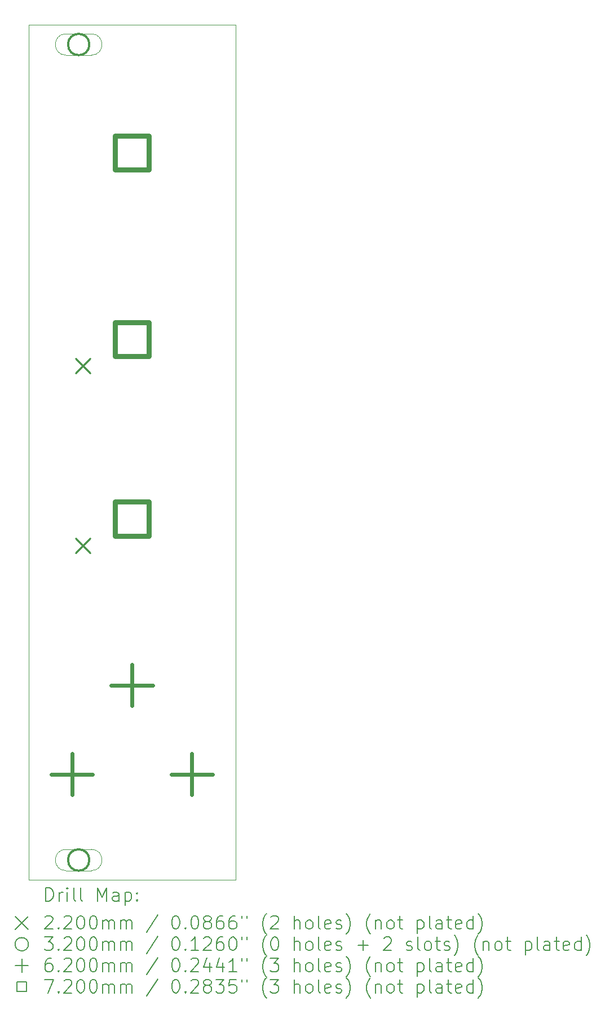
<source format=gbr>
%TF.GenerationSoftware,KiCad,Pcbnew,8.0.5*%
%TF.CreationDate,2024-11-24T11:30:14+01:00*%
%TF.ProjectId,wavefolder-panel,77617665-666f-46c6-9465-722d70616e65,rev?*%
%TF.SameCoordinates,Original*%
%TF.FileFunction,Drillmap*%
%TF.FilePolarity,Positive*%
%FSLAX45Y45*%
G04 Gerber Fmt 4.5, Leading zero omitted, Abs format (unit mm)*
G04 Created by KiCad (PCBNEW 8.0.5) date 2024-11-24 11:30:14*
%MOMM*%
%LPD*%
G01*
G04 APERTURE LIST*
%ADD10C,0.100000*%
%ADD11C,0.200000*%
%ADD12C,0.220000*%
%ADD13C,0.320000*%
%ADD14C,0.620000*%
%ADD15C,0.720000*%
G04 APERTURE END LIST*
D10*
X5000000Y-5000000D02*
X8110000Y-5000000D01*
X8110000Y-17850000D01*
X5000000Y-17850000D01*
X5000000Y-5000000D01*
D11*
D12*
X5705000Y-10015000D02*
X5925000Y-10235000D01*
X5925000Y-10015000D02*
X5705000Y-10235000D01*
X5705000Y-12715000D02*
X5925000Y-12935000D01*
X5925000Y-12715000D02*
X5705000Y-12935000D01*
D13*
X5910000Y-5300000D02*
G75*
G02*
X5590000Y-5300000I-160000J0D01*
G01*
X5590000Y-5300000D02*
G75*
G02*
X5910000Y-5300000I160000J0D01*
G01*
D10*
X5560000Y-5460000D02*
X5940000Y-5460000D01*
X5940000Y-5140000D02*
G75*
G02*
X5940000Y-5460000I0J-160000D01*
G01*
X5940000Y-5140000D02*
X5560000Y-5140000D01*
X5560000Y-5140000D02*
G75*
G03*
X5560000Y-5460000I0J-160000D01*
G01*
D13*
X5910000Y-17550000D02*
G75*
G02*
X5590000Y-17550000I-160000J0D01*
G01*
X5590000Y-17550000D02*
G75*
G02*
X5910000Y-17550000I160000J0D01*
G01*
D10*
X5560000Y-17710000D02*
X5940000Y-17710000D01*
X5940000Y-17390000D02*
G75*
G02*
X5940000Y-17710000I0J-160000D01*
G01*
X5940000Y-17390000D02*
X5560000Y-17390000D01*
X5560000Y-17390000D02*
G75*
G03*
X5560000Y-17710000I0J-160000D01*
G01*
D14*
X5650000Y-15953000D02*
X5650000Y-16573000D01*
X5340000Y-16263000D02*
X5960000Y-16263000D01*
X6550000Y-14615000D02*
X6550000Y-15235000D01*
X6240000Y-14925000D02*
X6860000Y-14925000D01*
X7450000Y-15953000D02*
X7450000Y-16573000D01*
X7140000Y-16263000D02*
X7760000Y-16263000D01*
D15*
X6804561Y-7179561D02*
X6804561Y-6670439D01*
X6295439Y-6670439D01*
X6295439Y-7179561D01*
X6804561Y-7179561D01*
X6804561Y-9979561D02*
X6804561Y-9470439D01*
X6295439Y-9470439D01*
X6295439Y-9979561D01*
X6804561Y-9979561D01*
X6804561Y-12679561D02*
X6804561Y-12170439D01*
X6295439Y-12170439D01*
X6295439Y-12679561D01*
X6804561Y-12679561D01*
D11*
X5255777Y-18166484D02*
X5255777Y-17966484D01*
X5255777Y-17966484D02*
X5303396Y-17966484D01*
X5303396Y-17966484D02*
X5331967Y-17976008D01*
X5331967Y-17976008D02*
X5351015Y-17995055D01*
X5351015Y-17995055D02*
X5360539Y-18014103D01*
X5360539Y-18014103D02*
X5370063Y-18052198D01*
X5370063Y-18052198D02*
X5370063Y-18080770D01*
X5370063Y-18080770D02*
X5360539Y-18118865D01*
X5360539Y-18118865D02*
X5351015Y-18137912D01*
X5351015Y-18137912D02*
X5331967Y-18156960D01*
X5331967Y-18156960D02*
X5303396Y-18166484D01*
X5303396Y-18166484D02*
X5255777Y-18166484D01*
X5455777Y-18166484D02*
X5455777Y-18033150D01*
X5455777Y-18071246D02*
X5465301Y-18052198D01*
X5465301Y-18052198D02*
X5474824Y-18042674D01*
X5474824Y-18042674D02*
X5493872Y-18033150D01*
X5493872Y-18033150D02*
X5512920Y-18033150D01*
X5579586Y-18166484D02*
X5579586Y-18033150D01*
X5579586Y-17966484D02*
X5570063Y-17976008D01*
X5570063Y-17976008D02*
X5579586Y-17985531D01*
X5579586Y-17985531D02*
X5589110Y-17976008D01*
X5589110Y-17976008D02*
X5579586Y-17966484D01*
X5579586Y-17966484D02*
X5579586Y-17985531D01*
X5703396Y-18166484D02*
X5684348Y-18156960D01*
X5684348Y-18156960D02*
X5674824Y-18137912D01*
X5674824Y-18137912D02*
X5674824Y-17966484D01*
X5808158Y-18166484D02*
X5789110Y-18156960D01*
X5789110Y-18156960D02*
X5779586Y-18137912D01*
X5779586Y-18137912D02*
X5779586Y-17966484D01*
X6036729Y-18166484D02*
X6036729Y-17966484D01*
X6036729Y-17966484D02*
X6103396Y-18109341D01*
X6103396Y-18109341D02*
X6170062Y-17966484D01*
X6170062Y-17966484D02*
X6170062Y-18166484D01*
X6351015Y-18166484D02*
X6351015Y-18061722D01*
X6351015Y-18061722D02*
X6341491Y-18042674D01*
X6341491Y-18042674D02*
X6322443Y-18033150D01*
X6322443Y-18033150D02*
X6284348Y-18033150D01*
X6284348Y-18033150D02*
X6265301Y-18042674D01*
X6351015Y-18156960D02*
X6331967Y-18166484D01*
X6331967Y-18166484D02*
X6284348Y-18166484D01*
X6284348Y-18166484D02*
X6265301Y-18156960D01*
X6265301Y-18156960D02*
X6255777Y-18137912D01*
X6255777Y-18137912D02*
X6255777Y-18118865D01*
X6255777Y-18118865D02*
X6265301Y-18099817D01*
X6265301Y-18099817D02*
X6284348Y-18090293D01*
X6284348Y-18090293D02*
X6331967Y-18090293D01*
X6331967Y-18090293D02*
X6351015Y-18080770D01*
X6446253Y-18033150D02*
X6446253Y-18233150D01*
X6446253Y-18042674D02*
X6465301Y-18033150D01*
X6465301Y-18033150D02*
X6503396Y-18033150D01*
X6503396Y-18033150D02*
X6522443Y-18042674D01*
X6522443Y-18042674D02*
X6531967Y-18052198D01*
X6531967Y-18052198D02*
X6541491Y-18071246D01*
X6541491Y-18071246D02*
X6541491Y-18128389D01*
X6541491Y-18128389D02*
X6531967Y-18147436D01*
X6531967Y-18147436D02*
X6522443Y-18156960D01*
X6522443Y-18156960D02*
X6503396Y-18166484D01*
X6503396Y-18166484D02*
X6465301Y-18166484D01*
X6465301Y-18166484D02*
X6446253Y-18156960D01*
X6627205Y-18147436D02*
X6636729Y-18156960D01*
X6636729Y-18156960D02*
X6627205Y-18166484D01*
X6627205Y-18166484D02*
X6617682Y-18156960D01*
X6617682Y-18156960D02*
X6627205Y-18147436D01*
X6627205Y-18147436D02*
X6627205Y-18166484D01*
X6627205Y-18042674D02*
X6636729Y-18052198D01*
X6636729Y-18052198D02*
X6627205Y-18061722D01*
X6627205Y-18061722D02*
X6617682Y-18052198D01*
X6617682Y-18052198D02*
X6627205Y-18042674D01*
X6627205Y-18042674D02*
X6627205Y-18061722D01*
X4795000Y-18395000D02*
X4995000Y-18595000D01*
X4995000Y-18395000D02*
X4795000Y-18595000D01*
X5246253Y-18405531D02*
X5255777Y-18396008D01*
X5255777Y-18396008D02*
X5274824Y-18386484D01*
X5274824Y-18386484D02*
X5322444Y-18386484D01*
X5322444Y-18386484D02*
X5341491Y-18396008D01*
X5341491Y-18396008D02*
X5351015Y-18405531D01*
X5351015Y-18405531D02*
X5360539Y-18424579D01*
X5360539Y-18424579D02*
X5360539Y-18443627D01*
X5360539Y-18443627D02*
X5351015Y-18472198D01*
X5351015Y-18472198D02*
X5236729Y-18586484D01*
X5236729Y-18586484D02*
X5360539Y-18586484D01*
X5446253Y-18567436D02*
X5455777Y-18576960D01*
X5455777Y-18576960D02*
X5446253Y-18586484D01*
X5446253Y-18586484D02*
X5436729Y-18576960D01*
X5436729Y-18576960D02*
X5446253Y-18567436D01*
X5446253Y-18567436D02*
X5446253Y-18586484D01*
X5531967Y-18405531D02*
X5541491Y-18396008D01*
X5541491Y-18396008D02*
X5560539Y-18386484D01*
X5560539Y-18386484D02*
X5608158Y-18386484D01*
X5608158Y-18386484D02*
X5627205Y-18396008D01*
X5627205Y-18396008D02*
X5636729Y-18405531D01*
X5636729Y-18405531D02*
X5646253Y-18424579D01*
X5646253Y-18424579D02*
X5646253Y-18443627D01*
X5646253Y-18443627D02*
X5636729Y-18472198D01*
X5636729Y-18472198D02*
X5522444Y-18586484D01*
X5522444Y-18586484D02*
X5646253Y-18586484D01*
X5770062Y-18386484D02*
X5789110Y-18386484D01*
X5789110Y-18386484D02*
X5808158Y-18396008D01*
X5808158Y-18396008D02*
X5817682Y-18405531D01*
X5817682Y-18405531D02*
X5827205Y-18424579D01*
X5827205Y-18424579D02*
X5836729Y-18462674D01*
X5836729Y-18462674D02*
X5836729Y-18510293D01*
X5836729Y-18510293D02*
X5827205Y-18548389D01*
X5827205Y-18548389D02*
X5817682Y-18567436D01*
X5817682Y-18567436D02*
X5808158Y-18576960D01*
X5808158Y-18576960D02*
X5789110Y-18586484D01*
X5789110Y-18586484D02*
X5770062Y-18586484D01*
X5770062Y-18586484D02*
X5751015Y-18576960D01*
X5751015Y-18576960D02*
X5741491Y-18567436D01*
X5741491Y-18567436D02*
X5731967Y-18548389D01*
X5731967Y-18548389D02*
X5722443Y-18510293D01*
X5722443Y-18510293D02*
X5722443Y-18462674D01*
X5722443Y-18462674D02*
X5731967Y-18424579D01*
X5731967Y-18424579D02*
X5741491Y-18405531D01*
X5741491Y-18405531D02*
X5751015Y-18396008D01*
X5751015Y-18396008D02*
X5770062Y-18386484D01*
X5960539Y-18386484D02*
X5979586Y-18386484D01*
X5979586Y-18386484D02*
X5998634Y-18396008D01*
X5998634Y-18396008D02*
X6008158Y-18405531D01*
X6008158Y-18405531D02*
X6017682Y-18424579D01*
X6017682Y-18424579D02*
X6027205Y-18462674D01*
X6027205Y-18462674D02*
X6027205Y-18510293D01*
X6027205Y-18510293D02*
X6017682Y-18548389D01*
X6017682Y-18548389D02*
X6008158Y-18567436D01*
X6008158Y-18567436D02*
X5998634Y-18576960D01*
X5998634Y-18576960D02*
X5979586Y-18586484D01*
X5979586Y-18586484D02*
X5960539Y-18586484D01*
X5960539Y-18586484D02*
X5941491Y-18576960D01*
X5941491Y-18576960D02*
X5931967Y-18567436D01*
X5931967Y-18567436D02*
X5922443Y-18548389D01*
X5922443Y-18548389D02*
X5912920Y-18510293D01*
X5912920Y-18510293D02*
X5912920Y-18462674D01*
X5912920Y-18462674D02*
X5922443Y-18424579D01*
X5922443Y-18424579D02*
X5931967Y-18405531D01*
X5931967Y-18405531D02*
X5941491Y-18396008D01*
X5941491Y-18396008D02*
X5960539Y-18386484D01*
X6112920Y-18586484D02*
X6112920Y-18453150D01*
X6112920Y-18472198D02*
X6122443Y-18462674D01*
X6122443Y-18462674D02*
X6141491Y-18453150D01*
X6141491Y-18453150D02*
X6170063Y-18453150D01*
X6170063Y-18453150D02*
X6189110Y-18462674D01*
X6189110Y-18462674D02*
X6198634Y-18481722D01*
X6198634Y-18481722D02*
X6198634Y-18586484D01*
X6198634Y-18481722D02*
X6208158Y-18462674D01*
X6208158Y-18462674D02*
X6227205Y-18453150D01*
X6227205Y-18453150D02*
X6255777Y-18453150D01*
X6255777Y-18453150D02*
X6274824Y-18462674D01*
X6274824Y-18462674D02*
X6284348Y-18481722D01*
X6284348Y-18481722D02*
X6284348Y-18586484D01*
X6379586Y-18586484D02*
X6379586Y-18453150D01*
X6379586Y-18472198D02*
X6389110Y-18462674D01*
X6389110Y-18462674D02*
X6408158Y-18453150D01*
X6408158Y-18453150D02*
X6436729Y-18453150D01*
X6436729Y-18453150D02*
X6455777Y-18462674D01*
X6455777Y-18462674D02*
X6465301Y-18481722D01*
X6465301Y-18481722D02*
X6465301Y-18586484D01*
X6465301Y-18481722D02*
X6474824Y-18462674D01*
X6474824Y-18462674D02*
X6493872Y-18453150D01*
X6493872Y-18453150D02*
X6522443Y-18453150D01*
X6522443Y-18453150D02*
X6541491Y-18462674D01*
X6541491Y-18462674D02*
X6551015Y-18481722D01*
X6551015Y-18481722D02*
X6551015Y-18586484D01*
X6941491Y-18376960D02*
X6770063Y-18634103D01*
X7198634Y-18386484D02*
X7217682Y-18386484D01*
X7217682Y-18386484D02*
X7236729Y-18396008D01*
X7236729Y-18396008D02*
X7246253Y-18405531D01*
X7246253Y-18405531D02*
X7255777Y-18424579D01*
X7255777Y-18424579D02*
X7265301Y-18462674D01*
X7265301Y-18462674D02*
X7265301Y-18510293D01*
X7265301Y-18510293D02*
X7255777Y-18548389D01*
X7255777Y-18548389D02*
X7246253Y-18567436D01*
X7246253Y-18567436D02*
X7236729Y-18576960D01*
X7236729Y-18576960D02*
X7217682Y-18586484D01*
X7217682Y-18586484D02*
X7198634Y-18586484D01*
X7198634Y-18586484D02*
X7179586Y-18576960D01*
X7179586Y-18576960D02*
X7170063Y-18567436D01*
X7170063Y-18567436D02*
X7160539Y-18548389D01*
X7160539Y-18548389D02*
X7151015Y-18510293D01*
X7151015Y-18510293D02*
X7151015Y-18462674D01*
X7151015Y-18462674D02*
X7160539Y-18424579D01*
X7160539Y-18424579D02*
X7170063Y-18405531D01*
X7170063Y-18405531D02*
X7179586Y-18396008D01*
X7179586Y-18396008D02*
X7198634Y-18386484D01*
X7351015Y-18567436D02*
X7360539Y-18576960D01*
X7360539Y-18576960D02*
X7351015Y-18586484D01*
X7351015Y-18586484D02*
X7341491Y-18576960D01*
X7341491Y-18576960D02*
X7351015Y-18567436D01*
X7351015Y-18567436D02*
X7351015Y-18586484D01*
X7484348Y-18386484D02*
X7503396Y-18386484D01*
X7503396Y-18386484D02*
X7522444Y-18396008D01*
X7522444Y-18396008D02*
X7531967Y-18405531D01*
X7531967Y-18405531D02*
X7541491Y-18424579D01*
X7541491Y-18424579D02*
X7551015Y-18462674D01*
X7551015Y-18462674D02*
X7551015Y-18510293D01*
X7551015Y-18510293D02*
X7541491Y-18548389D01*
X7541491Y-18548389D02*
X7531967Y-18567436D01*
X7531967Y-18567436D02*
X7522444Y-18576960D01*
X7522444Y-18576960D02*
X7503396Y-18586484D01*
X7503396Y-18586484D02*
X7484348Y-18586484D01*
X7484348Y-18586484D02*
X7465301Y-18576960D01*
X7465301Y-18576960D02*
X7455777Y-18567436D01*
X7455777Y-18567436D02*
X7446253Y-18548389D01*
X7446253Y-18548389D02*
X7436729Y-18510293D01*
X7436729Y-18510293D02*
X7436729Y-18462674D01*
X7436729Y-18462674D02*
X7446253Y-18424579D01*
X7446253Y-18424579D02*
X7455777Y-18405531D01*
X7455777Y-18405531D02*
X7465301Y-18396008D01*
X7465301Y-18396008D02*
X7484348Y-18386484D01*
X7665301Y-18472198D02*
X7646253Y-18462674D01*
X7646253Y-18462674D02*
X7636729Y-18453150D01*
X7636729Y-18453150D02*
X7627206Y-18434103D01*
X7627206Y-18434103D02*
X7627206Y-18424579D01*
X7627206Y-18424579D02*
X7636729Y-18405531D01*
X7636729Y-18405531D02*
X7646253Y-18396008D01*
X7646253Y-18396008D02*
X7665301Y-18386484D01*
X7665301Y-18386484D02*
X7703396Y-18386484D01*
X7703396Y-18386484D02*
X7722444Y-18396008D01*
X7722444Y-18396008D02*
X7731967Y-18405531D01*
X7731967Y-18405531D02*
X7741491Y-18424579D01*
X7741491Y-18424579D02*
X7741491Y-18434103D01*
X7741491Y-18434103D02*
X7731967Y-18453150D01*
X7731967Y-18453150D02*
X7722444Y-18462674D01*
X7722444Y-18462674D02*
X7703396Y-18472198D01*
X7703396Y-18472198D02*
X7665301Y-18472198D01*
X7665301Y-18472198D02*
X7646253Y-18481722D01*
X7646253Y-18481722D02*
X7636729Y-18491246D01*
X7636729Y-18491246D02*
X7627206Y-18510293D01*
X7627206Y-18510293D02*
X7627206Y-18548389D01*
X7627206Y-18548389D02*
X7636729Y-18567436D01*
X7636729Y-18567436D02*
X7646253Y-18576960D01*
X7646253Y-18576960D02*
X7665301Y-18586484D01*
X7665301Y-18586484D02*
X7703396Y-18586484D01*
X7703396Y-18586484D02*
X7722444Y-18576960D01*
X7722444Y-18576960D02*
X7731967Y-18567436D01*
X7731967Y-18567436D02*
X7741491Y-18548389D01*
X7741491Y-18548389D02*
X7741491Y-18510293D01*
X7741491Y-18510293D02*
X7731967Y-18491246D01*
X7731967Y-18491246D02*
X7722444Y-18481722D01*
X7722444Y-18481722D02*
X7703396Y-18472198D01*
X7912920Y-18386484D02*
X7874825Y-18386484D01*
X7874825Y-18386484D02*
X7855777Y-18396008D01*
X7855777Y-18396008D02*
X7846253Y-18405531D01*
X7846253Y-18405531D02*
X7827206Y-18434103D01*
X7827206Y-18434103D02*
X7817682Y-18472198D01*
X7817682Y-18472198D02*
X7817682Y-18548389D01*
X7817682Y-18548389D02*
X7827206Y-18567436D01*
X7827206Y-18567436D02*
X7836729Y-18576960D01*
X7836729Y-18576960D02*
X7855777Y-18586484D01*
X7855777Y-18586484D02*
X7893872Y-18586484D01*
X7893872Y-18586484D02*
X7912920Y-18576960D01*
X7912920Y-18576960D02*
X7922444Y-18567436D01*
X7922444Y-18567436D02*
X7931967Y-18548389D01*
X7931967Y-18548389D02*
X7931967Y-18500770D01*
X7931967Y-18500770D02*
X7922444Y-18481722D01*
X7922444Y-18481722D02*
X7912920Y-18472198D01*
X7912920Y-18472198D02*
X7893872Y-18462674D01*
X7893872Y-18462674D02*
X7855777Y-18462674D01*
X7855777Y-18462674D02*
X7836729Y-18472198D01*
X7836729Y-18472198D02*
X7827206Y-18481722D01*
X7827206Y-18481722D02*
X7817682Y-18500770D01*
X8103396Y-18386484D02*
X8065301Y-18386484D01*
X8065301Y-18386484D02*
X8046253Y-18396008D01*
X8046253Y-18396008D02*
X8036729Y-18405531D01*
X8036729Y-18405531D02*
X8017682Y-18434103D01*
X8017682Y-18434103D02*
X8008158Y-18472198D01*
X8008158Y-18472198D02*
X8008158Y-18548389D01*
X8008158Y-18548389D02*
X8017682Y-18567436D01*
X8017682Y-18567436D02*
X8027206Y-18576960D01*
X8027206Y-18576960D02*
X8046253Y-18586484D01*
X8046253Y-18586484D02*
X8084348Y-18586484D01*
X8084348Y-18586484D02*
X8103396Y-18576960D01*
X8103396Y-18576960D02*
X8112920Y-18567436D01*
X8112920Y-18567436D02*
X8122444Y-18548389D01*
X8122444Y-18548389D02*
X8122444Y-18500770D01*
X8122444Y-18500770D02*
X8112920Y-18481722D01*
X8112920Y-18481722D02*
X8103396Y-18472198D01*
X8103396Y-18472198D02*
X8084348Y-18462674D01*
X8084348Y-18462674D02*
X8046253Y-18462674D01*
X8046253Y-18462674D02*
X8027206Y-18472198D01*
X8027206Y-18472198D02*
X8017682Y-18481722D01*
X8017682Y-18481722D02*
X8008158Y-18500770D01*
X8198634Y-18386484D02*
X8198634Y-18424579D01*
X8274825Y-18386484D02*
X8274825Y-18424579D01*
X8570063Y-18662674D02*
X8560539Y-18653150D01*
X8560539Y-18653150D02*
X8541491Y-18624579D01*
X8541491Y-18624579D02*
X8531968Y-18605531D01*
X8531968Y-18605531D02*
X8522444Y-18576960D01*
X8522444Y-18576960D02*
X8512920Y-18529341D01*
X8512920Y-18529341D02*
X8512920Y-18491246D01*
X8512920Y-18491246D02*
X8522444Y-18443627D01*
X8522444Y-18443627D02*
X8531968Y-18415055D01*
X8531968Y-18415055D02*
X8541491Y-18396008D01*
X8541491Y-18396008D02*
X8560539Y-18367436D01*
X8560539Y-18367436D02*
X8570063Y-18357912D01*
X8636730Y-18405531D02*
X8646253Y-18396008D01*
X8646253Y-18396008D02*
X8665301Y-18386484D01*
X8665301Y-18386484D02*
X8712920Y-18386484D01*
X8712920Y-18386484D02*
X8731968Y-18396008D01*
X8731968Y-18396008D02*
X8741491Y-18405531D01*
X8741491Y-18405531D02*
X8751015Y-18424579D01*
X8751015Y-18424579D02*
X8751015Y-18443627D01*
X8751015Y-18443627D02*
X8741491Y-18472198D01*
X8741491Y-18472198D02*
X8627206Y-18586484D01*
X8627206Y-18586484D02*
X8751015Y-18586484D01*
X8989111Y-18586484D02*
X8989111Y-18386484D01*
X9074825Y-18586484D02*
X9074825Y-18481722D01*
X9074825Y-18481722D02*
X9065301Y-18462674D01*
X9065301Y-18462674D02*
X9046253Y-18453150D01*
X9046253Y-18453150D02*
X9017682Y-18453150D01*
X9017682Y-18453150D02*
X8998634Y-18462674D01*
X8998634Y-18462674D02*
X8989111Y-18472198D01*
X9198634Y-18586484D02*
X9179587Y-18576960D01*
X9179587Y-18576960D02*
X9170063Y-18567436D01*
X9170063Y-18567436D02*
X9160539Y-18548389D01*
X9160539Y-18548389D02*
X9160539Y-18491246D01*
X9160539Y-18491246D02*
X9170063Y-18472198D01*
X9170063Y-18472198D02*
X9179587Y-18462674D01*
X9179587Y-18462674D02*
X9198634Y-18453150D01*
X9198634Y-18453150D02*
X9227206Y-18453150D01*
X9227206Y-18453150D02*
X9246253Y-18462674D01*
X9246253Y-18462674D02*
X9255777Y-18472198D01*
X9255777Y-18472198D02*
X9265301Y-18491246D01*
X9265301Y-18491246D02*
X9265301Y-18548389D01*
X9265301Y-18548389D02*
X9255777Y-18567436D01*
X9255777Y-18567436D02*
X9246253Y-18576960D01*
X9246253Y-18576960D02*
X9227206Y-18586484D01*
X9227206Y-18586484D02*
X9198634Y-18586484D01*
X9379587Y-18586484D02*
X9360539Y-18576960D01*
X9360539Y-18576960D02*
X9351015Y-18557912D01*
X9351015Y-18557912D02*
X9351015Y-18386484D01*
X9531968Y-18576960D02*
X9512920Y-18586484D01*
X9512920Y-18586484D02*
X9474825Y-18586484D01*
X9474825Y-18586484D02*
X9455777Y-18576960D01*
X9455777Y-18576960D02*
X9446253Y-18557912D01*
X9446253Y-18557912D02*
X9446253Y-18481722D01*
X9446253Y-18481722D02*
X9455777Y-18462674D01*
X9455777Y-18462674D02*
X9474825Y-18453150D01*
X9474825Y-18453150D02*
X9512920Y-18453150D01*
X9512920Y-18453150D02*
X9531968Y-18462674D01*
X9531968Y-18462674D02*
X9541492Y-18481722D01*
X9541492Y-18481722D02*
X9541492Y-18500770D01*
X9541492Y-18500770D02*
X9446253Y-18519817D01*
X9617682Y-18576960D02*
X9636730Y-18586484D01*
X9636730Y-18586484D02*
X9674825Y-18586484D01*
X9674825Y-18586484D02*
X9693873Y-18576960D01*
X9693873Y-18576960D02*
X9703396Y-18557912D01*
X9703396Y-18557912D02*
X9703396Y-18548389D01*
X9703396Y-18548389D02*
X9693873Y-18529341D01*
X9693873Y-18529341D02*
X9674825Y-18519817D01*
X9674825Y-18519817D02*
X9646253Y-18519817D01*
X9646253Y-18519817D02*
X9627206Y-18510293D01*
X9627206Y-18510293D02*
X9617682Y-18491246D01*
X9617682Y-18491246D02*
X9617682Y-18481722D01*
X9617682Y-18481722D02*
X9627206Y-18462674D01*
X9627206Y-18462674D02*
X9646253Y-18453150D01*
X9646253Y-18453150D02*
X9674825Y-18453150D01*
X9674825Y-18453150D02*
X9693873Y-18462674D01*
X9770063Y-18662674D02*
X9779587Y-18653150D01*
X9779587Y-18653150D02*
X9798634Y-18624579D01*
X9798634Y-18624579D02*
X9808158Y-18605531D01*
X9808158Y-18605531D02*
X9817682Y-18576960D01*
X9817682Y-18576960D02*
X9827206Y-18529341D01*
X9827206Y-18529341D02*
X9827206Y-18491246D01*
X9827206Y-18491246D02*
X9817682Y-18443627D01*
X9817682Y-18443627D02*
X9808158Y-18415055D01*
X9808158Y-18415055D02*
X9798634Y-18396008D01*
X9798634Y-18396008D02*
X9779587Y-18367436D01*
X9779587Y-18367436D02*
X9770063Y-18357912D01*
X10131968Y-18662674D02*
X10122444Y-18653150D01*
X10122444Y-18653150D02*
X10103396Y-18624579D01*
X10103396Y-18624579D02*
X10093873Y-18605531D01*
X10093873Y-18605531D02*
X10084349Y-18576960D01*
X10084349Y-18576960D02*
X10074825Y-18529341D01*
X10074825Y-18529341D02*
X10074825Y-18491246D01*
X10074825Y-18491246D02*
X10084349Y-18443627D01*
X10084349Y-18443627D02*
X10093873Y-18415055D01*
X10093873Y-18415055D02*
X10103396Y-18396008D01*
X10103396Y-18396008D02*
X10122444Y-18367436D01*
X10122444Y-18367436D02*
X10131968Y-18357912D01*
X10208158Y-18453150D02*
X10208158Y-18586484D01*
X10208158Y-18472198D02*
X10217682Y-18462674D01*
X10217682Y-18462674D02*
X10236730Y-18453150D01*
X10236730Y-18453150D02*
X10265301Y-18453150D01*
X10265301Y-18453150D02*
X10284349Y-18462674D01*
X10284349Y-18462674D02*
X10293873Y-18481722D01*
X10293873Y-18481722D02*
X10293873Y-18586484D01*
X10417682Y-18586484D02*
X10398634Y-18576960D01*
X10398634Y-18576960D02*
X10389111Y-18567436D01*
X10389111Y-18567436D02*
X10379587Y-18548389D01*
X10379587Y-18548389D02*
X10379587Y-18491246D01*
X10379587Y-18491246D02*
X10389111Y-18472198D01*
X10389111Y-18472198D02*
X10398634Y-18462674D01*
X10398634Y-18462674D02*
X10417682Y-18453150D01*
X10417682Y-18453150D02*
X10446254Y-18453150D01*
X10446254Y-18453150D02*
X10465301Y-18462674D01*
X10465301Y-18462674D02*
X10474825Y-18472198D01*
X10474825Y-18472198D02*
X10484349Y-18491246D01*
X10484349Y-18491246D02*
X10484349Y-18548389D01*
X10484349Y-18548389D02*
X10474825Y-18567436D01*
X10474825Y-18567436D02*
X10465301Y-18576960D01*
X10465301Y-18576960D02*
X10446254Y-18586484D01*
X10446254Y-18586484D02*
X10417682Y-18586484D01*
X10541492Y-18453150D02*
X10617682Y-18453150D01*
X10570063Y-18386484D02*
X10570063Y-18557912D01*
X10570063Y-18557912D02*
X10579587Y-18576960D01*
X10579587Y-18576960D02*
X10598634Y-18586484D01*
X10598634Y-18586484D02*
X10617682Y-18586484D01*
X10836730Y-18453150D02*
X10836730Y-18653150D01*
X10836730Y-18462674D02*
X10855777Y-18453150D01*
X10855777Y-18453150D02*
X10893873Y-18453150D01*
X10893873Y-18453150D02*
X10912920Y-18462674D01*
X10912920Y-18462674D02*
X10922444Y-18472198D01*
X10922444Y-18472198D02*
X10931968Y-18491246D01*
X10931968Y-18491246D02*
X10931968Y-18548389D01*
X10931968Y-18548389D02*
X10922444Y-18567436D01*
X10922444Y-18567436D02*
X10912920Y-18576960D01*
X10912920Y-18576960D02*
X10893873Y-18586484D01*
X10893873Y-18586484D02*
X10855777Y-18586484D01*
X10855777Y-18586484D02*
X10836730Y-18576960D01*
X11046254Y-18586484D02*
X11027206Y-18576960D01*
X11027206Y-18576960D02*
X11017682Y-18557912D01*
X11017682Y-18557912D02*
X11017682Y-18386484D01*
X11208158Y-18586484D02*
X11208158Y-18481722D01*
X11208158Y-18481722D02*
X11198634Y-18462674D01*
X11198634Y-18462674D02*
X11179587Y-18453150D01*
X11179587Y-18453150D02*
X11141492Y-18453150D01*
X11141492Y-18453150D02*
X11122444Y-18462674D01*
X11208158Y-18576960D02*
X11189111Y-18586484D01*
X11189111Y-18586484D02*
X11141492Y-18586484D01*
X11141492Y-18586484D02*
X11122444Y-18576960D01*
X11122444Y-18576960D02*
X11112920Y-18557912D01*
X11112920Y-18557912D02*
X11112920Y-18538865D01*
X11112920Y-18538865D02*
X11122444Y-18519817D01*
X11122444Y-18519817D02*
X11141492Y-18510293D01*
X11141492Y-18510293D02*
X11189111Y-18510293D01*
X11189111Y-18510293D02*
X11208158Y-18500770D01*
X11274825Y-18453150D02*
X11351015Y-18453150D01*
X11303396Y-18386484D02*
X11303396Y-18557912D01*
X11303396Y-18557912D02*
X11312920Y-18576960D01*
X11312920Y-18576960D02*
X11331968Y-18586484D01*
X11331968Y-18586484D02*
X11351015Y-18586484D01*
X11493873Y-18576960D02*
X11474825Y-18586484D01*
X11474825Y-18586484D02*
X11436730Y-18586484D01*
X11436730Y-18586484D02*
X11417682Y-18576960D01*
X11417682Y-18576960D02*
X11408158Y-18557912D01*
X11408158Y-18557912D02*
X11408158Y-18481722D01*
X11408158Y-18481722D02*
X11417682Y-18462674D01*
X11417682Y-18462674D02*
X11436730Y-18453150D01*
X11436730Y-18453150D02*
X11474825Y-18453150D01*
X11474825Y-18453150D02*
X11493873Y-18462674D01*
X11493873Y-18462674D02*
X11503396Y-18481722D01*
X11503396Y-18481722D02*
X11503396Y-18500770D01*
X11503396Y-18500770D02*
X11408158Y-18519817D01*
X11674825Y-18586484D02*
X11674825Y-18386484D01*
X11674825Y-18576960D02*
X11655777Y-18586484D01*
X11655777Y-18586484D02*
X11617682Y-18586484D01*
X11617682Y-18586484D02*
X11598634Y-18576960D01*
X11598634Y-18576960D02*
X11589111Y-18567436D01*
X11589111Y-18567436D02*
X11579587Y-18548389D01*
X11579587Y-18548389D02*
X11579587Y-18491246D01*
X11579587Y-18491246D02*
X11589111Y-18472198D01*
X11589111Y-18472198D02*
X11598634Y-18462674D01*
X11598634Y-18462674D02*
X11617682Y-18453150D01*
X11617682Y-18453150D02*
X11655777Y-18453150D01*
X11655777Y-18453150D02*
X11674825Y-18462674D01*
X11751015Y-18662674D02*
X11760539Y-18653150D01*
X11760539Y-18653150D02*
X11779587Y-18624579D01*
X11779587Y-18624579D02*
X11789111Y-18605531D01*
X11789111Y-18605531D02*
X11798634Y-18576960D01*
X11798634Y-18576960D02*
X11808158Y-18529341D01*
X11808158Y-18529341D02*
X11808158Y-18491246D01*
X11808158Y-18491246D02*
X11798634Y-18443627D01*
X11798634Y-18443627D02*
X11789111Y-18415055D01*
X11789111Y-18415055D02*
X11779587Y-18396008D01*
X11779587Y-18396008D02*
X11760539Y-18367436D01*
X11760539Y-18367436D02*
X11751015Y-18357912D01*
X4995000Y-18815000D02*
G75*
G02*
X4795000Y-18815000I-100000J0D01*
G01*
X4795000Y-18815000D02*
G75*
G02*
X4995000Y-18815000I100000J0D01*
G01*
X5236729Y-18706484D02*
X5360539Y-18706484D01*
X5360539Y-18706484D02*
X5293872Y-18782674D01*
X5293872Y-18782674D02*
X5322444Y-18782674D01*
X5322444Y-18782674D02*
X5341491Y-18792198D01*
X5341491Y-18792198D02*
X5351015Y-18801722D01*
X5351015Y-18801722D02*
X5360539Y-18820770D01*
X5360539Y-18820770D02*
X5360539Y-18868389D01*
X5360539Y-18868389D02*
X5351015Y-18887436D01*
X5351015Y-18887436D02*
X5341491Y-18896960D01*
X5341491Y-18896960D02*
X5322444Y-18906484D01*
X5322444Y-18906484D02*
X5265301Y-18906484D01*
X5265301Y-18906484D02*
X5246253Y-18896960D01*
X5246253Y-18896960D02*
X5236729Y-18887436D01*
X5446253Y-18887436D02*
X5455777Y-18896960D01*
X5455777Y-18896960D02*
X5446253Y-18906484D01*
X5446253Y-18906484D02*
X5436729Y-18896960D01*
X5436729Y-18896960D02*
X5446253Y-18887436D01*
X5446253Y-18887436D02*
X5446253Y-18906484D01*
X5531967Y-18725531D02*
X5541491Y-18716008D01*
X5541491Y-18716008D02*
X5560539Y-18706484D01*
X5560539Y-18706484D02*
X5608158Y-18706484D01*
X5608158Y-18706484D02*
X5627205Y-18716008D01*
X5627205Y-18716008D02*
X5636729Y-18725531D01*
X5636729Y-18725531D02*
X5646253Y-18744579D01*
X5646253Y-18744579D02*
X5646253Y-18763627D01*
X5646253Y-18763627D02*
X5636729Y-18792198D01*
X5636729Y-18792198D02*
X5522444Y-18906484D01*
X5522444Y-18906484D02*
X5646253Y-18906484D01*
X5770062Y-18706484D02*
X5789110Y-18706484D01*
X5789110Y-18706484D02*
X5808158Y-18716008D01*
X5808158Y-18716008D02*
X5817682Y-18725531D01*
X5817682Y-18725531D02*
X5827205Y-18744579D01*
X5827205Y-18744579D02*
X5836729Y-18782674D01*
X5836729Y-18782674D02*
X5836729Y-18830293D01*
X5836729Y-18830293D02*
X5827205Y-18868389D01*
X5827205Y-18868389D02*
X5817682Y-18887436D01*
X5817682Y-18887436D02*
X5808158Y-18896960D01*
X5808158Y-18896960D02*
X5789110Y-18906484D01*
X5789110Y-18906484D02*
X5770062Y-18906484D01*
X5770062Y-18906484D02*
X5751015Y-18896960D01*
X5751015Y-18896960D02*
X5741491Y-18887436D01*
X5741491Y-18887436D02*
X5731967Y-18868389D01*
X5731967Y-18868389D02*
X5722443Y-18830293D01*
X5722443Y-18830293D02*
X5722443Y-18782674D01*
X5722443Y-18782674D02*
X5731967Y-18744579D01*
X5731967Y-18744579D02*
X5741491Y-18725531D01*
X5741491Y-18725531D02*
X5751015Y-18716008D01*
X5751015Y-18716008D02*
X5770062Y-18706484D01*
X5960539Y-18706484D02*
X5979586Y-18706484D01*
X5979586Y-18706484D02*
X5998634Y-18716008D01*
X5998634Y-18716008D02*
X6008158Y-18725531D01*
X6008158Y-18725531D02*
X6017682Y-18744579D01*
X6017682Y-18744579D02*
X6027205Y-18782674D01*
X6027205Y-18782674D02*
X6027205Y-18830293D01*
X6027205Y-18830293D02*
X6017682Y-18868389D01*
X6017682Y-18868389D02*
X6008158Y-18887436D01*
X6008158Y-18887436D02*
X5998634Y-18896960D01*
X5998634Y-18896960D02*
X5979586Y-18906484D01*
X5979586Y-18906484D02*
X5960539Y-18906484D01*
X5960539Y-18906484D02*
X5941491Y-18896960D01*
X5941491Y-18896960D02*
X5931967Y-18887436D01*
X5931967Y-18887436D02*
X5922443Y-18868389D01*
X5922443Y-18868389D02*
X5912920Y-18830293D01*
X5912920Y-18830293D02*
X5912920Y-18782674D01*
X5912920Y-18782674D02*
X5922443Y-18744579D01*
X5922443Y-18744579D02*
X5931967Y-18725531D01*
X5931967Y-18725531D02*
X5941491Y-18716008D01*
X5941491Y-18716008D02*
X5960539Y-18706484D01*
X6112920Y-18906484D02*
X6112920Y-18773150D01*
X6112920Y-18792198D02*
X6122443Y-18782674D01*
X6122443Y-18782674D02*
X6141491Y-18773150D01*
X6141491Y-18773150D02*
X6170063Y-18773150D01*
X6170063Y-18773150D02*
X6189110Y-18782674D01*
X6189110Y-18782674D02*
X6198634Y-18801722D01*
X6198634Y-18801722D02*
X6198634Y-18906484D01*
X6198634Y-18801722D02*
X6208158Y-18782674D01*
X6208158Y-18782674D02*
X6227205Y-18773150D01*
X6227205Y-18773150D02*
X6255777Y-18773150D01*
X6255777Y-18773150D02*
X6274824Y-18782674D01*
X6274824Y-18782674D02*
X6284348Y-18801722D01*
X6284348Y-18801722D02*
X6284348Y-18906484D01*
X6379586Y-18906484D02*
X6379586Y-18773150D01*
X6379586Y-18792198D02*
X6389110Y-18782674D01*
X6389110Y-18782674D02*
X6408158Y-18773150D01*
X6408158Y-18773150D02*
X6436729Y-18773150D01*
X6436729Y-18773150D02*
X6455777Y-18782674D01*
X6455777Y-18782674D02*
X6465301Y-18801722D01*
X6465301Y-18801722D02*
X6465301Y-18906484D01*
X6465301Y-18801722D02*
X6474824Y-18782674D01*
X6474824Y-18782674D02*
X6493872Y-18773150D01*
X6493872Y-18773150D02*
X6522443Y-18773150D01*
X6522443Y-18773150D02*
X6541491Y-18782674D01*
X6541491Y-18782674D02*
X6551015Y-18801722D01*
X6551015Y-18801722D02*
X6551015Y-18906484D01*
X6941491Y-18696960D02*
X6770063Y-18954103D01*
X7198634Y-18706484D02*
X7217682Y-18706484D01*
X7217682Y-18706484D02*
X7236729Y-18716008D01*
X7236729Y-18716008D02*
X7246253Y-18725531D01*
X7246253Y-18725531D02*
X7255777Y-18744579D01*
X7255777Y-18744579D02*
X7265301Y-18782674D01*
X7265301Y-18782674D02*
X7265301Y-18830293D01*
X7265301Y-18830293D02*
X7255777Y-18868389D01*
X7255777Y-18868389D02*
X7246253Y-18887436D01*
X7246253Y-18887436D02*
X7236729Y-18896960D01*
X7236729Y-18896960D02*
X7217682Y-18906484D01*
X7217682Y-18906484D02*
X7198634Y-18906484D01*
X7198634Y-18906484D02*
X7179586Y-18896960D01*
X7179586Y-18896960D02*
X7170063Y-18887436D01*
X7170063Y-18887436D02*
X7160539Y-18868389D01*
X7160539Y-18868389D02*
X7151015Y-18830293D01*
X7151015Y-18830293D02*
X7151015Y-18782674D01*
X7151015Y-18782674D02*
X7160539Y-18744579D01*
X7160539Y-18744579D02*
X7170063Y-18725531D01*
X7170063Y-18725531D02*
X7179586Y-18716008D01*
X7179586Y-18716008D02*
X7198634Y-18706484D01*
X7351015Y-18887436D02*
X7360539Y-18896960D01*
X7360539Y-18896960D02*
X7351015Y-18906484D01*
X7351015Y-18906484D02*
X7341491Y-18896960D01*
X7341491Y-18896960D02*
X7351015Y-18887436D01*
X7351015Y-18887436D02*
X7351015Y-18906484D01*
X7551015Y-18906484D02*
X7436729Y-18906484D01*
X7493872Y-18906484D02*
X7493872Y-18706484D01*
X7493872Y-18706484D02*
X7474825Y-18735055D01*
X7474825Y-18735055D02*
X7455777Y-18754103D01*
X7455777Y-18754103D02*
X7436729Y-18763627D01*
X7627206Y-18725531D02*
X7636729Y-18716008D01*
X7636729Y-18716008D02*
X7655777Y-18706484D01*
X7655777Y-18706484D02*
X7703396Y-18706484D01*
X7703396Y-18706484D02*
X7722444Y-18716008D01*
X7722444Y-18716008D02*
X7731967Y-18725531D01*
X7731967Y-18725531D02*
X7741491Y-18744579D01*
X7741491Y-18744579D02*
X7741491Y-18763627D01*
X7741491Y-18763627D02*
X7731967Y-18792198D01*
X7731967Y-18792198D02*
X7617682Y-18906484D01*
X7617682Y-18906484D02*
X7741491Y-18906484D01*
X7912920Y-18706484D02*
X7874825Y-18706484D01*
X7874825Y-18706484D02*
X7855777Y-18716008D01*
X7855777Y-18716008D02*
X7846253Y-18725531D01*
X7846253Y-18725531D02*
X7827206Y-18754103D01*
X7827206Y-18754103D02*
X7817682Y-18792198D01*
X7817682Y-18792198D02*
X7817682Y-18868389D01*
X7817682Y-18868389D02*
X7827206Y-18887436D01*
X7827206Y-18887436D02*
X7836729Y-18896960D01*
X7836729Y-18896960D02*
X7855777Y-18906484D01*
X7855777Y-18906484D02*
X7893872Y-18906484D01*
X7893872Y-18906484D02*
X7912920Y-18896960D01*
X7912920Y-18896960D02*
X7922444Y-18887436D01*
X7922444Y-18887436D02*
X7931967Y-18868389D01*
X7931967Y-18868389D02*
X7931967Y-18820770D01*
X7931967Y-18820770D02*
X7922444Y-18801722D01*
X7922444Y-18801722D02*
X7912920Y-18792198D01*
X7912920Y-18792198D02*
X7893872Y-18782674D01*
X7893872Y-18782674D02*
X7855777Y-18782674D01*
X7855777Y-18782674D02*
X7836729Y-18792198D01*
X7836729Y-18792198D02*
X7827206Y-18801722D01*
X7827206Y-18801722D02*
X7817682Y-18820770D01*
X8055777Y-18706484D02*
X8074825Y-18706484D01*
X8074825Y-18706484D02*
X8093872Y-18716008D01*
X8093872Y-18716008D02*
X8103396Y-18725531D01*
X8103396Y-18725531D02*
X8112920Y-18744579D01*
X8112920Y-18744579D02*
X8122444Y-18782674D01*
X8122444Y-18782674D02*
X8122444Y-18830293D01*
X8122444Y-18830293D02*
X8112920Y-18868389D01*
X8112920Y-18868389D02*
X8103396Y-18887436D01*
X8103396Y-18887436D02*
X8093872Y-18896960D01*
X8093872Y-18896960D02*
X8074825Y-18906484D01*
X8074825Y-18906484D02*
X8055777Y-18906484D01*
X8055777Y-18906484D02*
X8036729Y-18896960D01*
X8036729Y-18896960D02*
X8027206Y-18887436D01*
X8027206Y-18887436D02*
X8017682Y-18868389D01*
X8017682Y-18868389D02*
X8008158Y-18830293D01*
X8008158Y-18830293D02*
X8008158Y-18782674D01*
X8008158Y-18782674D02*
X8017682Y-18744579D01*
X8017682Y-18744579D02*
X8027206Y-18725531D01*
X8027206Y-18725531D02*
X8036729Y-18716008D01*
X8036729Y-18716008D02*
X8055777Y-18706484D01*
X8198634Y-18706484D02*
X8198634Y-18744579D01*
X8274825Y-18706484D02*
X8274825Y-18744579D01*
X8570063Y-18982674D02*
X8560539Y-18973150D01*
X8560539Y-18973150D02*
X8541491Y-18944579D01*
X8541491Y-18944579D02*
X8531968Y-18925531D01*
X8531968Y-18925531D02*
X8522444Y-18896960D01*
X8522444Y-18896960D02*
X8512920Y-18849341D01*
X8512920Y-18849341D02*
X8512920Y-18811246D01*
X8512920Y-18811246D02*
X8522444Y-18763627D01*
X8522444Y-18763627D02*
X8531968Y-18735055D01*
X8531968Y-18735055D02*
X8541491Y-18716008D01*
X8541491Y-18716008D02*
X8560539Y-18687436D01*
X8560539Y-18687436D02*
X8570063Y-18677912D01*
X8684349Y-18706484D02*
X8703396Y-18706484D01*
X8703396Y-18706484D02*
X8722444Y-18716008D01*
X8722444Y-18716008D02*
X8731968Y-18725531D01*
X8731968Y-18725531D02*
X8741491Y-18744579D01*
X8741491Y-18744579D02*
X8751015Y-18782674D01*
X8751015Y-18782674D02*
X8751015Y-18830293D01*
X8751015Y-18830293D02*
X8741491Y-18868389D01*
X8741491Y-18868389D02*
X8731968Y-18887436D01*
X8731968Y-18887436D02*
X8722444Y-18896960D01*
X8722444Y-18896960D02*
X8703396Y-18906484D01*
X8703396Y-18906484D02*
X8684349Y-18906484D01*
X8684349Y-18906484D02*
X8665301Y-18896960D01*
X8665301Y-18896960D02*
X8655777Y-18887436D01*
X8655777Y-18887436D02*
X8646253Y-18868389D01*
X8646253Y-18868389D02*
X8636730Y-18830293D01*
X8636730Y-18830293D02*
X8636730Y-18782674D01*
X8636730Y-18782674D02*
X8646253Y-18744579D01*
X8646253Y-18744579D02*
X8655777Y-18725531D01*
X8655777Y-18725531D02*
X8665301Y-18716008D01*
X8665301Y-18716008D02*
X8684349Y-18706484D01*
X8989111Y-18906484D02*
X8989111Y-18706484D01*
X9074825Y-18906484D02*
X9074825Y-18801722D01*
X9074825Y-18801722D02*
X9065301Y-18782674D01*
X9065301Y-18782674D02*
X9046253Y-18773150D01*
X9046253Y-18773150D02*
X9017682Y-18773150D01*
X9017682Y-18773150D02*
X8998634Y-18782674D01*
X8998634Y-18782674D02*
X8989111Y-18792198D01*
X9198634Y-18906484D02*
X9179587Y-18896960D01*
X9179587Y-18896960D02*
X9170063Y-18887436D01*
X9170063Y-18887436D02*
X9160539Y-18868389D01*
X9160539Y-18868389D02*
X9160539Y-18811246D01*
X9160539Y-18811246D02*
X9170063Y-18792198D01*
X9170063Y-18792198D02*
X9179587Y-18782674D01*
X9179587Y-18782674D02*
X9198634Y-18773150D01*
X9198634Y-18773150D02*
X9227206Y-18773150D01*
X9227206Y-18773150D02*
X9246253Y-18782674D01*
X9246253Y-18782674D02*
X9255777Y-18792198D01*
X9255777Y-18792198D02*
X9265301Y-18811246D01*
X9265301Y-18811246D02*
X9265301Y-18868389D01*
X9265301Y-18868389D02*
X9255777Y-18887436D01*
X9255777Y-18887436D02*
X9246253Y-18896960D01*
X9246253Y-18896960D02*
X9227206Y-18906484D01*
X9227206Y-18906484D02*
X9198634Y-18906484D01*
X9379587Y-18906484D02*
X9360539Y-18896960D01*
X9360539Y-18896960D02*
X9351015Y-18877912D01*
X9351015Y-18877912D02*
X9351015Y-18706484D01*
X9531968Y-18896960D02*
X9512920Y-18906484D01*
X9512920Y-18906484D02*
X9474825Y-18906484D01*
X9474825Y-18906484D02*
X9455777Y-18896960D01*
X9455777Y-18896960D02*
X9446253Y-18877912D01*
X9446253Y-18877912D02*
X9446253Y-18801722D01*
X9446253Y-18801722D02*
X9455777Y-18782674D01*
X9455777Y-18782674D02*
X9474825Y-18773150D01*
X9474825Y-18773150D02*
X9512920Y-18773150D01*
X9512920Y-18773150D02*
X9531968Y-18782674D01*
X9531968Y-18782674D02*
X9541492Y-18801722D01*
X9541492Y-18801722D02*
X9541492Y-18820770D01*
X9541492Y-18820770D02*
X9446253Y-18839817D01*
X9617682Y-18896960D02*
X9636730Y-18906484D01*
X9636730Y-18906484D02*
X9674825Y-18906484D01*
X9674825Y-18906484D02*
X9693873Y-18896960D01*
X9693873Y-18896960D02*
X9703396Y-18877912D01*
X9703396Y-18877912D02*
X9703396Y-18868389D01*
X9703396Y-18868389D02*
X9693873Y-18849341D01*
X9693873Y-18849341D02*
X9674825Y-18839817D01*
X9674825Y-18839817D02*
X9646253Y-18839817D01*
X9646253Y-18839817D02*
X9627206Y-18830293D01*
X9627206Y-18830293D02*
X9617682Y-18811246D01*
X9617682Y-18811246D02*
X9617682Y-18801722D01*
X9617682Y-18801722D02*
X9627206Y-18782674D01*
X9627206Y-18782674D02*
X9646253Y-18773150D01*
X9646253Y-18773150D02*
X9674825Y-18773150D01*
X9674825Y-18773150D02*
X9693873Y-18782674D01*
X9941492Y-18830293D02*
X10093873Y-18830293D01*
X10017682Y-18906484D02*
X10017682Y-18754103D01*
X10331968Y-18725531D02*
X10341492Y-18716008D01*
X10341492Y-18716008D02*
X10360539Y-18706484D01*
X10360539Y-18706484D02*
X10408158Y-18706484D01*
X10408158Y-18706484D02*
X10427206Y-18716008D01*
X10427206Y-18716008D02*
X10436730Y-18725531D01*
X10436730Y-18725531D02*
X10446254Y-18744579D01*
X10446254Y-18744579D02*
X10446254Y-18763627D01*
X10446254Y-18763627D02*
X10436730Y-18792198D01*
X10436730Y-18792198D02*
X10322444Y-18906484D01*
X10322444Y-18906484D02*
X10446254Y-18906484D01*
X10674825Y-18896960D02*
X10693873Y-18906484D01*
X10693873Y-18906484D02*
X10731968Y-18906484D01*
X10731968Y-18906484D02*
X10751016Y-18896960D01*
X10751016Y-18896960D02*
X10760539Y-18877912D01*
X10760539Y-18877912D02*
X10760539Y-18868389D01*
X10760539Y-18868389D02*
X10751016Y-18849341D01*
X10751016Y-18849341D02*
X10731968Y-18839817D01*
X10731968Y-18839817D02*
X10703396Y-18839817D01*
X10703396Y-18839817D02*
X10684349Y-18830293D01*
X10684349Y-18830293D02*
X10674825Y-18811246D01*
X10674825Y-18811246D02*
X10674825Y-18801722D01*
X10674825Y-18801722D02*
X10684349Y-18782674D01*
X10684349Y-18782674D02*
X10703396Y-18773150D01*
X10703396Y-18773150D02*
X10731968Y-18773150D01*
X10731968Y-18773150D02*
X10751016Y-18782674D01*
X10874825Y-18906484D02*
X10855777Y-18896960D01*
X10855777Y-18896960D02*
X10846254Y-18877912D01*
X10846254Y-18877912D02*
X10846254Y-18706484D01*
X10979587Y-18906484D02*
X10960539Y-18896960D01*
X10960539Y-18896960D02*
X10951016Y-18887436D01*
X10951016Y-18887436D02*
X10941492Y-18868389D01*
X10941492Y-18868389D02*
X10941492Y-18811246D01*
X10941492Y-18811246D02*
X10951016Y-18792198D01*
X10951016Y-18792198D02*
X10960539Y-18782674D01*
X10960539Y-18782674D02*
X10979587Y-18773150D01*
X10979587Y-18773150D02*
X11008158Y-18773150D01*
X11008158Y-18773150D02*
X11027206Y-18782674D01*
X11027206Y-18782674D02*
X11036730Y-18792198D01*
X11036730Y-18792198D02*
X11046254Y-18811246D01*
X11046254Y-18811246D02*
X11046254Y-18868389D01*
X11046254Y-18868389D02*
X11036730Y-18887436D01*
X11036730Y-18887436D02*
X11027206Y-18896960D01*
X11027206Y-18896960D02*
X11008158Y-18906484D01*
X11008158Y-18906484D02*
X10979587Y-18906484D01*
X11103397Y-18773150D02*
X11179587Y-18773150D01*
X11131968Y-18706484D02*
X11131968Y-18877912D01*
X11131968Y-18877912D02*
X11141492Y-18896960D01*
X11141492Y-18896960D02*
X11160539Y-18906484D01*
X11160539Y-18906484D02*
X11179587Y-18906484D01*
X11236730Y-18896960D02*
X11255777Y-18906484D01*
X11255777Y-18906484D02*
X11293873Y-18906484D01*
X11293873Y-18906484D02*
X11312920Y-18896960D01*
X11312920Y-18896960D02*
X11322444Y-18877912D01*
X11322444Y-18877912D02*
X11322444Y-18868389D01*
X11322444Y-18868389D02*
X11312920Y-18849341D01*
X11312920Y-18849341D02*
X11293873Y-18839817D01*
X11293873Y-18839817D02*
X11265301Y-18839817D01*
X11265301Y-18839817D02*
X11246254Y-18830293D01*
X11246254Y-18830293D02*
X11236730Y-18811246D01*
X11236730Y-18811246D02*
X11236730Y-18801722D01*
X11236730Y-18801722D02*
X11246254Y-18782674D01*
X11246254Y-18782674D02*
X11265301Y-18773150D01*
X11265301Y-18773150D02*
X11293873Y-18773150D01*
X11293873Y-18773150D02*
X11312920Y-18782674D01*
X11389111Y-18982674D02*
X11398635Y-18973150D01*
X11398635Y-18973150D02*
X11417682Y-18944579D01*
X11417682Y-18944579D02*
X11427206Y-18925531D01*
X11427206Y-18925531D02*
X11436730Y-18896960D01*
X11436730Y-18896960D02*
X11446254Y-18849341D01*
X11446254Y-18849341D02*
X11446254Y-18811246D01*
X11446254Y-18811246D02*
X11436730Y-18763627D01*
X11436730Y-18763627D02*
X11427206Y-18735055D01*
X11427206Y-18735055D02*
X11417682Y-18716008D01*
X11417682Y-18716008D02*
X11398635Y-18687436D01*
X11398635Y-18687436D02*
X11389111Y-18677912D01*
X11751016Y-18982674D02*
X11741492Y-18973150D01*
X11741492Y-18973150D02*
X11722444Y-18944579D01*
X11722444Y-18944579D02*
X11712920Y-18925531D01*
X11712920Y-18925531D02*
X11703396Y-18896960D01*
X11703396Y-18896960D02*
X11693873Y-18849341D01*
X11693873Y-18849341D02*
X11693873Y-18811246D01*
X11693873Y-18811246D02*
X11703396Y-18763627D01*
X11703396Y-18763627D02*
X11712920Y-18735055D01*
X11712920Y-18735055D02*
X11722444Y-18716008D01*
X11722444Y-18716008D02*
X11741492Y-18687436D01*
X11741492Y-18687436D02*
X11751016Y-18677912D01*
X11827206Y-18773150D02*
X11827206Y-18906484D01*
X11827206Y-18792198D02*
X11836730Y-18782674D01*
X11836730Y-18782674D02*
X11855777Y-18773150D01*
X11855777Y-18773150D02*
X11884349Y-18773150D01*
X11884349Y-18773150D02*
X11903396Y-18782674D01*
X11903396Y-18782674D02*
X11912920Y-18801722D01*
X11912920Y-18801722D02*
X11912920Y-18906484D01*
X12036730Y-18906484D02*
X12017682Y-18896960D01*
X12017682Y-18896960D02*
X12008158Y-18887436D01*
X12008158Y-18887436D02*
X11998635Y-18868389D01*
X11998635Y-18868389D02*
X11998635Y-18811246D01*
X11998635Y-18811246D02*
X12008158Y-18792198D01*
X12008158Y-18792198D02*
X12017682Y-18782674D01*
X12017682Y-18782674D02*
X12036730Y-18773150D01*
X12036730Y-18773150D02*
X12065301Y-18773150D01*
X12065301Y-18773150D02*
X12084349Y-18782674D01*
X12084349Y-18782674D02*
X12093873Y-18792198D01*
X12093873Y-18792198D02*
X12103396Y-18811246D01*
X12103396Y-18811246D02*
X12103396Y-18868389D01*
X12103396Y-18868389D02*
X12093873Y-18887436D01*
X12093873Y-18887436D02*
X12084349Y-18896960D01*
X12084349Y-18896960D02*
X12065301Y-18906484D01*
X12065301Y-18906484D02*
X12036730Y-18906484D01*
X12160539Y-18773150D02*
X12236730Y-18773150D01*
X12189111Y-18706484D02*
X12189111Y-18877912D01*
X12189111Y-18877912D02*
X12198635Y-18896960D01*
X12198635Y-18896960D02*
X12217682Y-18906484D01*
X12217682Y-18906484D02*
X12236730Y-18906484D01*
X12455777Y-18773150D02*
X12455777Y-18973150D01*
X12455777Y-18782674D02*
X12474825Y-18773150D01*
X12474825Y-18773150D02*
X12512920Y-18773150D01*
X12512920Y-18773150D02*
X12531968Y-18782674D01*
X12531968Y-18782674D02*
X12541492Y-18792198D01*
X12541492Y-18792198D02*
X12551016Y-18811246D01*
X12551016Y-18811246D02*
X12551016Y-18868389D01*
X12551016Y-18868389D02*
X12541492Y-18887436D01*
X12541492Y-18887436D02*
X12531968Y-18896960D01*
X12531968Y-18896960D02*
X12512920Y-18906484D01*
X12512920Y-18906484D02*
X12474825Y-18906484D01*
X12474825Y-18906484D02*
X12455777Y-18896960D01*
X12665301Y-18906484D02*
X12646254Y-18896960D01*
X12646254Y-18896960D02*
X12636730Y-18877912D01*
X12636730Y-18877912D02*
X12636730Y-18706484D01*
X12827206Y-18906484D02*
X12827206Y-18801722D01*
X12827206Y-18801722D02*
X12817682Y-18782674D01*
X12817682Y-18782674D02*
X12798635Y-18773150D01*
X12798635Y-18773150D02*
X12760539Y-18773150D01*
X12760539Y-18773150D02*
X12741492Y-18782674D01*
X12827206Y-18896960D02*
X12808158Y-18906484D01*
X12808158Y-18906484D02*
X12760539Y-18906484D01*
X12760539Y-18906484D02*
X12741492Y-18896960D01*
X12741492Y-18896960D02*
X12731968Y-18877912D01*
X12731968Y-18877912D02*
X12731968Y-18858865D01*
X12731968Y-18858865D02*
X12741492Y-18839817D01*
X12741492Y-18839817D02*
X12760539Y-18830293D01*
X12760539Y-18830293D02*
X12808158Y-18830293D01*
X12808158Y-18830293D02*
X12827206Y-18820770D01*
X12893873Y-18773150D02*
X12970063Y-18773150D01*
X12922444Y-18706484D02*
X12922444Y-18877912D01*
X12922444Y-18877912D02*
X12931968Y-18896960D01*
X12931968Y-18896960D02*
X12951016Y-18906484D01*
X12951016Y-18906484D02*
X12970063Y-18906484D01*
X13112920Y-18896960D02*
X13093873Y-18906484D01*
X13093873Y-18906484D02*
X13055777Y-18906484D01*
X13055777Y-18906484D02*
X13036730Y-18896960D01*
X13036730Y-18896960D02*
X13027206Y-18877912D01*
X13027206Y-18877912D02*
X13027206Y-18801722D01*
X13027206Y-18801722D02*
X13036730Y-18782674D01*
X13036730Y-18782674D02*
X13055777Y-18773150D01*
X13055777Y-18773150D02*
X13093873Y-18773150D01*
X13093873Y-18773150D02*
X13112920Y-18782674D01*
X13112920Y-18782674D02*
X13122444Y-18801722D01*
X13122444Y-18801722D02*
X13122444Y-18820770D01*
X13122444Y-18820770D02*
X13027206Y-18839817D01*
X13293873Y-18906484D02*
X13293873Y-18706484D01*
X13293873Y-18896960D02*
X13274825Y-18906484D01*
X13274825Y-18906484D02*
X13236730Y-18906484D01*
X13236730Y-18906484D02*
X13217682Y-18896960D01*
X13217682Y-18896960D02*
X13208158Y-18887436D01*
X13208158Y-18887436D02*
X13198635Y-18868389D01*
X13198635Y-18868389D02*
X13198635Y-18811246D01*
X13198635Y-18811246D02*
X13208158Y-18792198D01*
X13208158Y-18792198D02*
X13217682Y-18782674D01*
X13217682Y-18782674D02*
X13236730Y-18773150D01*
X13236730Y-18773150D02*
X13274825Y-18773150D01*
X13274825Y-18773150D02*
X13293873Y-18782674D01*
X13370063Y-18982674D02*
X13379587Y-18973150D01*
X13379587Y-18973150D02*
X13398635Y-18944579D01*
X13398635Y-18944579D02*
X13408158Y-18925531D01*
X13408158Y-18925531D02*
X13417682Y-18896960D01*
X13417682Y-18896960D02*
X13427206Y-18849341D01*
X13427206Y-18849341D02*
X13427206Y-18811246D01*
X13427206Y-18811246D02*
X13417682Y-18763627D01*
X13417682Y-18763627D02*
X13408158Y-18735055D01*
X13408158Y-18735055D02*
X13398635Y-18716008D01*
X13398635Y-18716008D02*
X13379587Y-18687436D01*
X13379587Y-18687436D02*
X13370063Y-18677912D01*
X4895000Y-19035000D02*
X4895000Y-19235000D01*
X4795000Y-19135000D02*
X4995000Y-19135000D01*
X5341491Y-19026484D02*
X5303396Y-19026484D01*
X5303396Y-19026484D02*
X5284348Y-19036008D01*
X5284348Y-19036008D02*
X5274824Y-19045531D01*
X5274824Y-19045531D02*
X5255777Y-19074103D01*
X5255777Y-19074103D02*
X5246253Y-19112198D01*
X5246253Y-19112198D02*
X5246253Y-19188389D01*
X5246253Y-19188389D02*
X5255777Y-19207436D01*
X5255777Y-19207436D02*
X5265301Y-19216960D01*
X5265301Y-19216960D02*
X5284348Y-19226484D01*
X5284348Y-19226484D02*
X5322444Y-19226484D01*
X5322444Y-19226484D02*
X5341491Y-19216960D01*
X5341491Y-19216960D02*
X5351015Y-19207436D01*
X5351015Y-19207436D02*
X5360539Y-19188389D01*
X5360539Y-19188389D02*
X5360539Y-19140770D01*
X5360539Y-19140770D02*
X5351015Y-19121722D01*
X5351015Y-19121722D02*
X5341491Y-19112198D01*
X5341491Y-19112198D02*
X5322444Y-19102674D01*
X5322444Y-19102674D02*
X5284348Y-19102674D01*
X5284348Y-19102674D02*
X5265301Y-19112198D01*
X5265301Y-19112198D02*
X5255777Y-19121722D01*
X5255777Y-19121722D02*
X5246253Y-19140770D01*
X5446253Y-19207436D02*
X5455777Y-19216960D01*
X5455777Y-19216960D02*
X5446253Y-19226484D01*
X5446253Y-19226484D02*
X5436729Y-19216960D01*
X5436729Y-19216960D02*
X5446253Y-19207436D01*
X5446253Y-19207436D02*
X5446253Y-19226484D01*
X5531967Y-19045531D02*
X5541491Y-19036008D01*
X5541491Y-19036008D02*
X5560539Y-19026484D01*
X5560539Y-19026484D02*
X5608158Y-19026484D01*
X5608158Y-19026484D02*
X5627205Y-19036008D01*
X5627205Y-19036008D02*
X5636729Y-19045531D01*
X5636729Y-19045531D02*
X5646253Y-19064579D01*
X5646253Y-19064579D02*
X5646253Y-19083627D01*
X5646253Y-19083627D02*
X5636729Y-19112198D01*
X5636729Y-19112198D02*
X5522444Y-19226484D01*
X5522444Y-19226484D02*
X5646253Y-19226484D01*
X5770062Y-19026484D02*
X5789110Y-19026484D01*
X5789110Y-19026484D02*
X5808158Y-19036008D01*
X5808158Y-19036008D02*
X5817682Y-19045531D01*
X5817682Y-19045531D02*
X5827205Y-19064579D01*
X5827205Y-19064579D02*
X5836729Y-19102674D01*
X5836729Y-19102674D02*
X5836729Y-19150293D01*
X5836729Y-19150293D02*
X5827205Y-19188389D01*
X5827205Y-19188389D02*
X5817682Y-19207436D01*
X5817682Y-19207436D02*
X5808158Y-19216960D01*
X5808158Y-19216960D02*
X5789110Y-19226484D01*
X5789110Y-19226484D02*
X5770062Y-19226484D01*
X5770062Y-19226484D02*
X5751015Y-19216960D01*
X5751015Y-19216960D02*
X5741491Y-19207436D01*
X5741491Y-19207436D02*
X5731967Y-19188389D01*
X5731967Y-19188389D02*
X5722443Y-19150293D01*
X5722443Y-19150293D02*
X5722443Y-19102674D01*
X5722443Y-19102674D02*
X5731967Y-19064579D01*
X5731967Y-19064579D02*
X5741491Y-19045531D01*
X5741491Y-19045531D02*
X5751015Y-19036008D01*
X5751015Y-19036008D02*
X5770062Y-19026484D01*
X5960539Y-19026484D02*
X5979586Y-19026484D01*
X5979586Y-19026484D02*
X5998634Y-19036008D01*
X5998634Y-19036008D02*
X6008158Y-19045531D01*
X6008158Y-19045531D02*
X6017682Y-19064579D01*
X6017682Y-19064579D02*
X6027205Y-19102674D01*
X6027205Y-19102674D02*
X6027205Y-19150293D01*
X6027205Y-19150293D02*
X6017682Y-19188389D01*
X6017682Y-19188389D02*
X6008158Y-19207436D01*
X6008158Y-19207436D02*
X5998634Y-19216960D01*
X5998634Y-19216960D02*
X5979586Y-19226484D01*
X5979586Y-19226484D02*
X5960539Y-19226484D01*
X5960539Y-19226484D02*
X5941491Y-19216960D01*
X5941491Y-19216960D02*
X5931967Y-19207436D01*
X5931967Y-19207436D02*
X5922443Y-19188389D01*
X5922443Y-19188389D02*
X5912920Y-19150293D01*
X5912920Y-19150293D02*
X5912920Y-19102674D01*
X5912920Y-19102674D02*
X5922443Y-19064579D01*
X5922443Y-19064579D02*
X5931967Y-19045531D01*
X5931967Y-19045531D02*
X5941491Y-19036008D01*
X5941491Y-19036008D02*
X5960539Y-19026484D01*
X6112920Y-19226484D02*
X6112920Y-19093150D01*
X6112920Y-19112198D02*
X6122443Y-19102674D01*
X6122443Y-19102674D02*
X6141491Y-19093150D01*
X6141491Y-19093150D02*
X6170063Y-19093150D01*
X6170063Y-19093150D02*
X6189110Y-19102674D01*
X6189110Y-19102674D02*
X6198634Y-19121722D01*
X6198634Y-19121722D02*
X6198634Y-19226484D01*
X6198634Y-19121722D02*
X6208158Y-19102674D01*
X6208158Y-19102674D02*
X6227205Y-19093150D01*
X6227205Y-19093150D02*
X6255777Y-19093150D01*
X6255777Y-19093150D02*
X6274824Y-19102674D01*
X6274824Y-19102674D02*
X6284348Y-19121722D01*
X6284348Y-19121722D02*
X6284348Y-19226484D01*
X6379586Y-19226484D02*
X6379586Y-19093150D01*
X6379586Y-19112198D02*
X6389110Y-19102674D01*
X6389110Y-19102674D02*
X6408158Y-19093150D01*
X6408158Y-19093150D02*
X6436729Y-19093150D01*
X6436729Y-19093150D02*
X6455777Y-19102674D01*
X6455777Y-19102674D02*
X6465301Y-19121722D01*
X6465301Y-19121722D02*
X6465301Y-19226484D01*
X6465301Y-19121722D02*
X6474824Y-19102674D01*
X6474824Y-19102674D02*
X6493872Y-19093150D01*
X6493872Y-19093150D02*
X6522443Y-19093150D01*
X6522443Y-19093150D02*
X6541491Y-19102674D01*
X6541491Y-19102674D02*
X6551015Y-19121722D01*
X6551015Y-19121722D02*
X6551015Y-19226484D01*
X6941491Y-19016960D02*
X6770063Y-19274103D01*
X7198634Y-19026484D02*
X7217682Y-19026484D01*
X7217682Y-19026484D02*
X7236729Y-19036008D01*
X7236729Y-19036008D02*
X7246253Y-19045531D01*
X7246253Y-19045531D02*
X7255777Y-19064579D01*
X7255777Y-19064579D02*
X7265301Y-19102674D01*
X7265301Y-19102674D02*
X7265301Y-19150293D01*
X7265301Y-19150293D02*
X7255777Y-19188389D01*
X7255777Y-19188389D02*
X7246253Y-19207436D01*
X7246253Y-19207436D02*
X7236729Y-19216960D01*
X7236729Y-19216960D02*
X7217682Y-19226484D01*
X7217682Y-19226484D02*
X7198634Y-19226484D01*
X7198634Y-19226484D02*
X7179586Y-19216960D01*
X7179586Y-19216960D02*
X7170063Y-19207436D01*
X7170063Y-19207436D02*
X7160539Y-19188389D01*
X7160539Y-19188389D02*
X7151015Y-19150293D01*
X7151015Y-19150293D02*
X7151015Y-19102674D01*
X7151015Y-19102674D02*
X7160539Y-19064579D01*
X7160539Y-19064579D02*
X7170063Y-19045531D01*
X7170063Y-19045531D02*
X7179586Y-19036008D01*
X7179586Y-19036008D02*
X7198634Y-19026484D01*
X7351015Y-19207436D02*
X7360539Y-19216960D01*
X7360539Y-19216960D02*
X7351015Y-19226484D01*
X7351015Y-19226484D02*
X7341491Y-19216960D01*
X7341491Y-19216960D02*
X7351015Y-19207436D01*
X7351015Y-19207436D02*
X7351015Y-19226484D01*
X7436729Y-19045531D02*
X7446253Y-19036008D01*
X7446253Y-19036008D02*
X7465301Y-19026484D01*
X7465301Y-19026484D02*
X7512920Y-19026484D01*
X7512920Y-19026484D02*
X7531967Y-19036008D01*
X7531967Y-19036008D02*
X7541491Y-19045531D01*
X7541491Y-19045531D02*
X7551015Y-19064579D01*
X7551015Y-19064579D02*
X7551015Y-19083627D01*
X7551015Y-19083627D02*
X7541491Y-19112198D01*
X7541491Y-19112198D02*
X7427206Y-19226484D01*
X7427206Y-19226484D02*
X7551015Y-19226484D01*
X7722444Y-19093150D02*
X7722444Y-19226484D01*
X7674825Y-19016960D02*
X7627206Y-19159817D01*
X7627206Y-19159817D02*
X7751015Y-19159817D01*
X7912920Y-19093150D02*
X7912920Y-19226484D01*
X7865301Y-19016960D02*
X7817682Y-19159817D01*
X7817682Y-19159817D02*
X7941491Y-19159817D01*
X8122444Y-19226484D02*
X8008158Y-19226484D01*
X8065301Y-19226484D02*
X8065301Y-19026484D01*
X8065301Y-19026484D02*
X8046253Y-19055055D01*
X8046253Y-19055055D02*
X8027206Y-19074103D01*
X8027206Y-19074103D02*
X8008158Y-19083627D01*
X8198634Y-19026484D02*
X8198634Y-19064579D01*
X8274825Y-19026484D02*
X8274825Y-19064579D01*
X8570063Y-19302674D02*
X8560539Y-19293150D01*
X8560539Y-19293150D02*
X8541491Y-19264579D01*
X8541491Y-19264579D02*
X8531968Y-19245531D01*
X8531968Y-19245531D02*
X8522444Y-19216960D01*
X8522444Y-19216960D02*
X8512920Y-19169341D01*
X8512920Y-19169341D02*
X8512920Y-19131246D01*
X8512920Y-19131246D02*
X8522444Y-19083627D01*
X8522444Y-19083627D02*
X8531968Y-19055055D01*
X8531968Y-19055055D02*
X8541491Y-19036008D01*
X8541491Y-19036008D02*
X8560539Y-19007436D01*
X8560539Y-19007436D02*
X8570063Y-18997912D01*
X8627206Y-19026484D02*
X8751015Y-19026484D01*
X8751015Y-19026484D02*
X8684349Y-19102674D01*
X8684349Y-19102674D02*
X8712920Y-19102674D01*
X8712920Y-19102674D02*
X8731968Y-19112198D01*
X8731968Y-19112198D02*
X8741491Y-19121722D01*
X8741491Y-19121722D02*
X8751015Y-19140770D01*
X8751015Y-19140770D02*
X8751015Y-19188389D01*
X8751015Y-19188389D02*
X8741491Y-19207436D01*
X8741491Y-19207436D02*
X8731968Y-19216960D01*
X8731968Y-19216960D02*
X8712920Y-19226484D01*
X8712920Y-19226484D02*
X8655777Y-19226484D01*
X8655777Y-19226484D02*
X8636730Y-19216960D01*
X8636730Y-19216960D02*
X8627206Y-19207436D01*
X8989111Y-19226484D02*
X8989111Y-19026484D01*
X9074825Y-19226484D02*
X9074825Y-19121722D01*
X9074825Y-19121722D02*
X9065301Y-19102674D01*
X9065301Y-19102674D02*
X9046253Y-19093150D01*
X9046253Y-19093150D02*
X9017682Y-19093150D01*
X9017682Y-19093150D02*
X8998634Y-19102674D01*
X8998634Y-19102674D02*
X8989111Y-19112198D01*
X9198634Y-19226484D02*
X9179587Y-19216960D01*
X9179587Y-19216960D02*
X9170063Y-19207436D01*
X9170063Y-19207436D02*
X9160539Y-19188389D01*
X9160539Y-19188389D02*
X9160539Y-19131246D01*
X9160539Y-19131246D02*
X9170063Y-19112198D01*
X9170063Y-19112198D02*
X9179587Y-19102674D01*
X9179587Y-19102674D02*
X9198634Y-19093150D01*
X9198634Y-19093150D02*
X9227206Y-19093150D01*
X9227206Y-19093150D02*
X9246253Y-19102674D01*
X9246253Y-19102674D02*
X9255777Y-19112198D01*
X9255777Y-19112198D02*
X9265301Y-19131246D01*
X9265301Y-19131246D02*
X9265301Y-19188389D01*
X9265301Y-19188389D02*
X9255777Y-19207436D01*
X9255777Y-19207436D02*
X9246253Y-19216960D01*
X9246253Y-19216960D02*
X9227206Y-19226484D01*
X9227206Y-19226484D02*
X9198634Y-19226484D01*
X9379587Y-19226484D02*
X9360539Y-19216960D01*
X9360539Y-19216960D02*
X9351015Y-19197912D01*
X9351015Y-19197912D02*
X9351015Y-19026484D01*
X9531968Y-19216960D02*
X9512920Y-19226484D01*
X9512920Y-19226484D02*
X9474825Y-19226484D01*
X9474825Y-19226484D02*
X9455777Y-19216960D01*
X9455777Y-19216960D02*
X9446253Y-19197912D01*
X9446253Y-19197912D02*
X9446253Y-19121722D01*
X9446253Y-19121722D02*
X9455777Y-19102674D01*
X9455777Y-19102674D02*
X9474825Y-19093150D01*
X9474825Y-19093150D02*
X9512920Y-19093150D01*
X9512920Y-19093150D02*
X9531968Y-19102674D01*
X9531968Y-19102674D02*
X9541492Y-19121722D01*
X9541492Y-19121722D02*
X9541492Y-19140770D01*
X9541492Y-19140770D02*
X9446253Y-19159817D01*
X9617682Y-19216960D02*
X9636730Y-19226484D01*
X9636730Y-19226484D02*
X9674825Y-19226484D01*
X9674825Y-19226484D02*
X9693873Y-19216960D01*
X9693873Y-19216960D02*
X9703396Y-19197912D01*
X9703396Y-19197912D02*
X9703396Y-19188389D01*
X9703396Y-19188389D02*
X9693873Y-19169341D01*
X9693873Y-19169341D02*
X9674825Y-19159817D01*
X9674825Y-19159817D02*
X9646253Y-19159817D01*
X9646253Y-19159817D02*
X9627206Y-19150293D01*
X9627206Y-19150293D02*
X9617682Y-19131246D01*
X9617682Y-19131246D02*
X9617682Y-19121722D01*
X9617682Y-19121722D02*
X9627206Y-19102674D01*
X9627206Y-19102674D02*
X9646253Y-19093150D01*
X9646253Y-19093150D02*
X9674825Y-19093150D01*
X9674825Y-19093150D02*
X9693873Y-19102674D01*
X9770063Y-19302674D02*
X9779587Y-19293150D01*
X9779587Y-19293150D02*
X9798634Y-19264579D01*
X9798634Y-19264579D02*
X9808158Y-19245531D01*
X9808158Y-19245531D02*
X9817682Y-19216960D01*
X9817682Y-19216960D02*
X9827206Y-19169341D01*
X9827206Y-19169341D02*
X9827206Y-19131246D01*
X9827206Y-19131246D02*
X9817682Y-19083627D01*
X9817682Y-19083627D02*
X9808158Y-19055055D01*
X9808158Y-19055055D02*
X9798634Y-19036008D01*
X9798634Y-19036008D02*
X9779587Y-19007436D01*
X9779587Y-19007436D02*
X9770063Y-18997912D01*
X10131968Y-19302674D02*
X10122444Y-19293150D01*
X10122444Y-19293150D02*
X10103396Y-19264579D01*
X10103396Y-19264579D02*
X10093873Y-19245531D01*
X10093873Y-19245531D02*
X10084349Y-19216960D01*
X10084349Y-19216960D02*
X10074825Y-19169341D01*
X10074825Y-19169341D02*
X10074825Y-19131246D01*
X10074825Y-19131246D02*
X10084349Y-19083627D01*
X10084349Y-19083627D02*
X10093873Y-19055055D01*
X10093873Y-19055055D02*
X10103396Y-19036008D01*
X10103396Y-19036008D02*
X10122444Y-19007436D01*
X10122444Y-19007436D02*
X10131968Y-18997912D01*
X10208158Y-19093150D02*
X10208158Y-19226484D01*
X10208158Y-19112198D02*
X10217682Y-19102674D01*
X10217682Y-19102674D02*
X10236730Y-19093150D01*
X10236730Y-19093150D02*
X10265301Y-19093150D01*
X10265301Y-19093150D02*
X10284349Y-19102674D01*
X10284349Y-19102674D02*
X10293873Y-19121722D01*
X10293873Y-19121722D02*
X10293873Y-19226484D01*
X10417682Y-19226484D02*
X10398634Y-19216960D01*
X10398634Y-19216960D02*
X10389111Y-19207436D01*
X10389111Y-19207436D02*
X10379587Y-19188389D01*
X10379587Y-19188389D02*
X10379587Y-19131246D01*
X10379587Y-19131246D02*
X10389111Y-19112198D01*
X10389111Y-19112198D02*
X10398634Y-19102674D01*
X10398634Y-19102674D02*
X10417682Y-19093150D01*
X10417682Y-19093150D02*
X10446254Y-19093150D01*
X10446254Y-19093150D02*
X10465301Y-19102674D01*
X10465301Y-19102674D02*
X10474825Y-19112198D01*
X10474825Y-19112198D02*
X10484349Y-19131246D01*
X10484349Y-19131246D02*
X10484349Y-19188389D01*
X10484349Y-19188389D02*
X10474825Y-19207436D01*
X10474825Y-19207436D02*
X10465301Y-19216960D01*
X10465301Y-19216960D02*
X10446254Y-19226484D01*
X10446254Y-19226484D02*
X10417682Y-19226484D01*
X10541492Y-19093150D02*
X10617682Y-19093150D01*
X10570063Y-19026484D02*
X10570063Y-19197912D01*
X10570063Y-19197912D02*
X10579587Y-19216960D01*
X10579587Y-19216960D02*
X10598634Y-19226484D01*
X10598634Y-19226484D02*
X10617682Y-19226484D01*
X10836730Y-19093150D02*
X10836730Y-19293150D01*
X10836730Y-19102674D02*
X10855777Y-19093150D01*
X10855777Y-19093150D02*
X10893873Y-19093150D01*
X10893873Y-19093150D02*
X10912920Y-19102674D01*
X10912920Y-19102674D02*
X10922444Y-19112198D01*
X10922444Y-19112198D02*
X10931968Y-19131246D01*
X10931968Y-19131246D02*
X10931968Y-19188389D01*
X10931968Y-19188389D02*
X10922444Y-19207436D01*
X10922444Y-19207436D02*
X10912920Y-19216960D01*
X10912920Y-19216960D02*
X10893873Y-19226484D01*
X10893873Y-19226484D02*
X10855777Y-19226484D01*
X10855777Y-19226484D02*
X10836730Y-19216960D01*
X11046254Y-19226484D02*
X11027206Y-19216960D01*
X11027206Y-19216960D02*
X11017682Y-19197912D01*
X11017682Y-19197912D02*
X11017682Y-19026484D01*
X11208158Y-19226484D02*
X11208158Y-19121722D01*
X11208158Y-19121722D02*
X11198634Y-19102674D01*
X11198634Y-19102674D02*
X11179587Y-19093150D01*
X11179587Y-19093150D02*
X11141492Y-19093150D01*
X11141492Y-19093150D02*
X11122444Y-19102674D01*
X11208158Y-19216960D02*
X11189111Y-19226484D01*
X11189111Y-19226484D02*
X11141492Y-19226484D01*
X11141492Y-19226484D02*
X11122444Y-19216960D01*
X11122444Y-19216960D02*
X11112920Y-19197912D01*
X11112920Y-19197912D02*
X11112920Y-19178865D01*
X11112920Y-19178865D02*
X11122444Y-19159817D01*
X11122444Y-19159817D02*
X11141492Y-19150293D01*
X11141492Y-19150293D02*
X11189111Y-19150293D01*
X11189111Y-19150293D02*
X11208158Y-19140770D01*
X11274825Y-19093150D02*
X11351015Y-19093150D01*
X11303396Y-19026484D02*
X11303396Y-19197912D01*
X11303396Y-19197912D02*
X11312920Y-19216960D01*
X11312920Y-19216960D02*
X11331968Y-19226484D01*
X11331968Y-19226484D02*
X11351015Y-19226484D01*
X11493873Y-19216960D02*
X11474825Y-19226484D01*
X11474825Y-19226484D02*
X11436730Y-19226484D01*
X11436730Y-19226484D02*
X11417682Y-19216960D01*
X11417682Y-19216960D02*
X11408158Y-19197912D01*
X11408158Y-19197912D02*
X11408158Y-19121722D01*
X11408158Y-19121722D02*
X11417682Y-19102674D01*
X11417682Y-19102674D02*
X11436730Y-19093150D01*
X11436730Y-19093150D02*
X11474825Y-19093150D01*
X11474825Y-19093150D02*
X11493873Y-19102674D01*
X11493873Y-19102674D02*
X11503396Y-19121722D01*
X11503396Y-19121722D02*
X11503396Y-19140770D01*
X11503396Y-19140770D02*
X11408158Y-19159817D01*
X11674825Y-19226484D02*
X11674825Y-19026484D01*
X11674825Y-19216960D02*
X11655777Y-19226484D01*
X11655777Y-19226484D02*
X11617682Y-19226484D01*
X11617682Y-19226484D02*
X11598634Y-19216960D01*
X11598634Y-19216960D02*
X11589111Y-19207436D01*
X11589111Y-19207436D02*
X11579587Y-19188389D01*
X11579587Y-19188389D02*
X11579587Y-19131246D01*
X11579587Y-19131246D02*
X11589111Y-19112198D01*
X11589111Y-19112198D02*
X11598634Y-19102674D01*
X11598634Y-19102674D02*
X11617682Y-19093150D01*
X11617682Y-19093150D02*
X11655777Y-19093150D01*
X11655777Y-19093150D02*
X11674825Y-19102674D01*
X11751015Y-19302674D02*
X11760539Y-19293150D01*
X11760539Y-19293150D02*
X11779587Y-19264579D01*
X11779587Y-19264579D02*
X11789111Y-19245531D01*
X11789111Y-19245531D02*
X11798634Y-19216960D01*
X11798634Y-19216960D02*
X11808158Y-19169341D01*
X11808158Y-19169341D02*
X11808158Y-19131246D01*
X11808158Y-19131246D02*
X11798634Y-19083627D01*
X11798634Y-19083627D02*
X11789111Y-19055055D01*
X11789111Y-19055055D02*
X11779587Y-19036008D01*
X11779587Y-19036008D02*
X11760539Y-19007436D01*
X11760539Y-19007436D02*
X11751015Y-18997912D01*
X4965711Y-19525711D02*
X4965711Y-19384289D01*
X4824289Y-19384289D01*
X4824289Y-19525711D01*
X4965711Y-19525711D01*
X5236729Y-19346484D02*
X5370063Y-19346484D01*
X5370063Y-19346484D02*
X5284348Y-19546484D01*
X5446253Y-19527436D02*
X5455777Y-19536960D01*
X5455777Y-19536960D02*
X5446253Y-19546484D01*
X5446253Y-19546484D02*
X5436729Y-19536960D01*
X5436729Y-19536960D02*
X5446253Y-19527436D01*
X5446253Y-19527436D02*
X5446253Y-19546484D01*
X5531967Y-19365531D02*
X5541491Y-19356008D01*
X5541491Y-19356008D02*
X5560539Y-19346484D01*
X5560539Y-19346484D02*
X5608158Y-19346484D01*
X5608158Y-19346484D02*
X5627205Y-19356008D01*
X5627205Y-19356008D02*
X5636729Y-19365531D01*
X5636729Y-19365531D02*
X5646253Y-19384579D01*
X5646253Y-19384579D02*
X5646253Y-19403627D01*
X5646253Y-19403627D02*
X5636729Y-19432198D01*
X5636729Y-19432198D02*
X5522444Y-19546484D01*
X5522444Y-19546484D02*
X5646253Y-19546484D01*
X5770062Y-19346484D02*
X5789110Y-19346484D01*
X5789110Y-19346484D02*
X5808158Y-19356008D01*
X5808158Y-19356008D02*
X5817682Y-19365531D01*
X5817682Y-19365531D02*
X5827205Y-19384579D01*
X5827205Y-19384579D02*
X5836729Y-19422674D01*
X5836729Y-19422674D02*
X5836729Y-19470293D01*
X5836729Y-19470293D02*
X5827205Y-19508389D01*
X5827205Y-19508389D02*
X5817682Y-19527436D01*
X5817682Y-19527436D02*
X5808158Y-19536960D01*
X5808158Y-19536960D02*
X5789110Y-19546484D01*
X5789110Y-19546484D02*
X5770062Y-19546484D01*
X5770062Y-19546484D02*
X5751015Y-19536960D01*
X5751015Y-19536960D02*
X5741491Y-19527436D01*
X5741491Y-19527436D02*
X5731967Y-19508389D01*
X5731967Y-19508389D02*
X5722443Y-19470293D01*
X5722443Y-19470293D02*
X5722443Y-19422674D01*
X5722443Y-19422674D02*
X5731967Y-19384579D01*
X5731967Y-19384579D02*
X5741491Y-19365531D01*
X5741491Y-19365531D02*
X5751015Y-19356008D01*
X5751015Y-19356008D02*
X5770062Y-19346484D01*
X5960539Y-19346484D02*
X5979586Y-19346484D01*
X5979586Y-19346484D02*
X5998634Y-19356008D01*
X5998634Y-19356008D02*
X6008158Y-19365531D01*
X6008158Y-19365531D02*
X6017682Y-19384579D01*
X6017682Y-19384579D02*
X6027205Y-19422674D01*
X6027205Y-19422674D02*
X6027205Y-19470293D01*
X6027205Y-19470293D02*
X6017682Y-19508389D01*
X6017682Y-19508389D02*
X6008158Y-19527436D01*
X6008158Y-19527436D02*
X5998634Y-19536960D01*
X5998634Y-19536960D02*
X5979586Y-19546484D01*
X5979586Y-19546484D02*
X5960539Y-19546484D01*
X5960539Y-19546484D02*
X5941491Y-19536960D01*
X5941491Y-19536960D02*
X5931967Y-19527436D01*
X5931967Y-19527436D02*
X5922443Y-19508389D01*
X5922443Y-19508389D02*
X5912920Y-19470293D01*
X5912920Y-19470293D02*
X5912920Y-19422674D01*
X5912920Y-19422674D02*
X5922443Y-19384579D01*
X5922443Y-19384579D02*
X5931967Y-19365531D01*
X5931967Y-19365531D02*
X5941491Y-19356008D01*
X5941491Y-19356008D02*
X5960539Y-19346484D01*
X6112920Y-19546484D02*
X6112920Y-19413150D01*
X6112920Y-19432198D02*
X6122443Y-19422674D01*
X6122443Y-19422674D02*
X6141491Y-19413150D01*
X6141491Y-19413150D02*
X6170063Y-19413150D01*
X6170063Y-19413150D02*
X6189110Y-19422674D01*
X6189110Y-19422674D02*
X6198634Y-19441722D01*
X6198634Y-19441722D02*
X6198634Y-19546484D01*
X6198634Y-19441722D02*
X6208158Y-19422674D01*
X6208158Y-19422674D02*
X6227205Y-19413150D01*
X6227205Y-19413150D02*
X6255777Y-19413150D01*
X6255777Y-19413150D02*
X6274824Y-19422674D01*
X6274824Y-19422674D02*
X6284348Y-19441722D01*
X6284348Y-19441722D02*
X6284348Y-19546484D01*
X6379586Y-19546484D02*
X6379586Y-19413150D01*
X6379586Y-19432198D02*
X6389110Y-19422674D01*
X6389110Y-19422674D02*
X6408158Y-19413150D01*
X6408158Y-19413150D02*
X6436729Y-19413150D01*
X6436729Y-19413150D02*
X6455777Y-19422674D01*
X6455777Y-19422674D02*
X6465301Y-19441722D01*
X6465301Y-19441722D02*
X6465301Y-19546484D01*
X6465301Y-19441722D02*
X6474824Y-19422674D01*
X6474824Y-19422674D02*
X6493872Y-19413150D01*
X6493872Y-19413150D02*
X6522443Y-19413150D01*
X6522443Y-19413150D02*
X6541491Y-19422674D01*
X6541491Y-19422674D02*
X6551015Y-19441722D01*
X6551015Y-19441722D02*
X6551015Y-19546484D01*
X6941491Y-19336960D02*
X6770063Y-19594103D01*
X7198634Y-19346484D02*
X7217682Y-19346484D01*
X7217682Y-19346484D02*
X7236729Y-19356008D01*
X7236729Y-19356008D02*
X7246253Y-19365531D01*
X7246253Y-19365531D02*
X7255777Y-19384579D01*
X7255777Y-19384579D02*
X7265301Y-19422674D01*
X7265301Y-19422674D02*
X7265301Y-19470293D01*
X7265301Y-19470293D02*
X7255777Y-19508389D01*
X7255777Y-19508389D02*
X7246253Y-19527436D01*
X7246253Y-19527436D02*
X7236729Y-19536960D01*
X7236729Y-19536960D02*
X7217682Y-19546484D01*
X7217682Y-19546484D02*
X7198634Y-19546484D01*
X7198634Y-19546484D02*
X7179586Y-19536960D01*
X7179586Y-19536960D02*
X7170063Y-19527436D01*
X7170063Y-19527436D02*
X7160539Y-19508389D01*
X7160539Y-19508389D02*
X7151015Y-19470293D01*
X7151015Y-19470293D02*
X7151015Y-19422674D01*
X7151015Y-19422674D02*
X7160539Y-19384579D01*
X7160539Y-19384579D02*
X7170063Y-19365531D01*
X7170063Y-19365531D02*
X7179586Y-19356008D01*
X7179586Y-19356008D02*
X7198634Y-19346484D01*
X7351015Y-19527436D02*
X7360539Y-19536960D01*
X7360539Y-19536960D02*
X7351015Y-19546484D01*
X7351015Y-19546484D02*
X7341491Y-19536960D01*
X7341491Y-19536960D02*
X7351015Y-19527436D01*
X7351015Y-19527436D02*
X7351015Y-19546484D01*
X7436729Y-19365531D02*
X7446253Y-19356008D01*
X7446253Y-19356008D02*
X7465301Y-19346484D01*
X7465301Y-19346484D02*
X7512920Y-19346484D01*
X7512920Y-19346484D02*
X7531967Y-19356008D01*
X7531967Y-19356008D02*
X7541491Y-19365531D01*
X7541491Y-19365531D02*
X7551015Y-19384579D01*
X7551015Y-19384579D02*
X7551015Y-19403627D01*
X7551015Y-19403627D02*
X7541491Y-19432198D01*
X7541491Y-19432198D02*
X7427206Y-19546484D01*
X7427206Y-19546484D02*
X7551015Y-19546484D01*
X7665301Y-19432198D02*
X7646253Y-19422674D01*
X7646253Y-19422674D02*
X7636729Y-19413150D01*
X7636729Y-19413150D02*
X7627206Y-19394103D01*
X7627206Y-19394103D02*
X7627206Y-19384579D01*
X7627206Y-19384579D02*
X7636729Y-19365531D01*
X7636729Y-19365531D02*
X7646253Y-19356008D01*
X7646253Y-19356008D02*
X7665301Y-19346484D01*
X7665301Y-19346484D02*
X7703396Y-19346484D01*
X7703396Y-19346484D02*
X7722444Y-19356008D01*
X7722444Y-19356008D02*
X7731967Y-19365531D01*
X7731967Y-19365531D02*
X7741491Y-19384579D01*
X7741491Y-19384579D02*
X7741491Y-19394103D01*
X7741491Y-19394103D02*
X7731967Y-19413150D01*
X7731967Y-19413150D02*
X7722444Y-19422674D01*
X7722444Y-19422674D02*
X7703396Y-19432198D01*
X7703396Y-19432198D02*
X7665301Y-19432198D01*
X7665301Y-19432198D02*
X7646253Y-19441722D01*
X7646253Y-19441722D02*
X7636729Y-19451246D01*
X7636729Y-19451246D02*
X7627206Y-19470293D01*
X7627206Y-19470293D02*
X7627206Y-19508389D01*
X7627206Y-19508389D02*
X7636729Y-19527436D01*
X7636729Y-19527436D02*
X7646253Y-19536960D01*
X7646253Y-19536960D02*
X7665301Y-19546484D01*
X7665301Y-19546484D02*
X7703396Y-19546484D01*
X7703396Y-19546484D02*
X7722444Y-19536960D01*
X7722444Y-19536960D02*
X7731967Y-19527436D01*
X7731967Y-19527436D02*
X7741491Y-19508389D01*
X7741491Y-19508389D02*
X7741491Y-19470293D01*
X7741491Y-19470293D02*
X7731967Y-19451246D01*
X7731967Y-19451246D02*
X7722444Y-19441722D01*
X7722444Y-19441722D02*
X7703396Y-19432198D01*
X7808158Y-19346484D02*
X7931967Y-19346484D01*
X7931967Y-19346484D02*
X7865301Y-19422674D01*
X7865301Y-19422674D02*
X7893872Y-19422674D01*
X7893872Y-19422674D02*
X7912920Y-19432198D01*
X7912920Y-19432198D02*
X7922444Y-19441722D01*
X7922444Y-19441722D02*
X7931967Y-19460770D01*
X7931967Y-19460770D02*
X7931967Y-19508389D01*
X7931967Y-19508389D02*
X7922444Y-19527436D01*
X7922444Y-19527436D02*
X7912920Y-19536960D01*
X7912920Y-19536960D02*
X7893872Y-19546484D01*
X7893872Y-19546484D02*
X7836729Y-19546484D01*
X7836729Y-19546484D02*
X7817682Y-19536960D01*
X7817682Y-19536960D02*
X7808158Y-19527436D01*
X8112920Y-19346484D02*
X8017682Y-19346484D01*
X8017682Y-19346484D02*
X8008158Y-19441722D01*
X8008158Y-19441722D02*
X8017682Y-19432198D01*
X8017682Y-19432198D02*
X8036729Y-19422674D01*
X8036729Y-19422674D02*
X8084348Y-19422674D01*
X8084348Y-19422674D02*
X8103396Y-19432198D01*
X8103396Y-19432198D02*
X8112920Y-19441722D01*
X8112920Y-19441722D02*
X8122444Y-19460770D01*
X8122444Y-19460770D02*
X8122444Y-19508389D01*
X8122444Y-19508389D02*
X8112920Y-19527436D01*
X8112920Y-19527436D02*
X8103396Y-19536960D01*
X8103396Y-19536960D02*
X8084348Y-19546484D01*
X8084348Y-19546484D02*
X8036729Y-19546484D01*
X8036729Y-19546484D02*
X8017682Y-19536960D01*
X8017682Y-19536960D02*
X8008158Y-19527436D01*
X8198634Y-19346484D02*
X8198634Y-19384579D01*
X8274825Y-19346484D02*
X8274825Y-19384579D01*
X8570063Y-19622674D02*
X8560539Y-19613150D01*
X8560539Y-19613150D02*
X8541491Y-19584579D01*
X8541491Y-19584579D02*
X8531968Y-19565531D01*
X8531968Y-19565531D02*
X8522444Y-19536960D01*
X8522444Y-19536960D02*
X8512920Y-19489341D01*
X8512920Y-19489341D02*
X8512920Y-19451246D01*
X8512920Y-19451246D02*
X8522444Y-19403627D01*
X8522444Y-19403627D02*
X8531968Y-19375055D01*
X8531968Y-19375055D02*
X8541491Y-19356008D01*
X8541491Y-19356008D02*
X8560539Y-19327436D01*
X8560539Y-19327436D02*
X8570063Y-19317912D01*
X8627206Y-19346484D02*
X8751015Y-19346484D01*
X8751015Y-19346484D02*
X8684349Y-19422674D01*
X8684349Y-19422674D02*
X8712920Y-19422674D01*
X8712920Y-19422674D02*
X8731968Y-19432198D01*
X8731968Y-19432198D02*
X8741491Y-19441722D01*
X8741491Y-19441722D02*
X8751015Y-19460770D01*
X8751015Y-19460770D02*
X8751015Y-19508389D01*
X8751015Y-19508389D02*
X8741491Y-19527436D01*
X8741491Y-19527436D02*
X8731968Y-19536960D01*
X8731968Y-19536960D02*
X8712920Y-19546484D01*
X8712920Y-19546484D02*
X8655777Y-19546484D01*
X8655777Y-19546484D02*
X8636730Y-19536960D01*
X8636730Y-19536960D02*
X8627206Y-19527436D01*
X8989111Y-19546484D02*
X8989111Y-19346484D01*
X9074825Y-19546484D02*
X9074825Y-19441722D01*
X9074825Y-19441722D02*
X9065301Y-19422674D01*
X9065301Y-19422674D02*
X9046253Y-19413150D01*
X9046253Y-19413150D02*
X9017682Y-19413150D01*
X9017682Y-19413150D02*
X8998634Y-19422674D01*
X8998634Y-19422674D02*
X8989111Y-19432198D01*
X9198634Y-19546484D02*
X9179587Y-19536960D01*
X9179587Y-19536960D02*
X9170063Y-19527436D01*
X9170063Y-19527436D02*
X9160539Y-19508389D01*
X9160539Y-19508389D02*
X9160539Y-19451246D01*
X9160539Y-19451246D02*
X9170063Y-19432198D01*
X9170063Y-19432198D02*
X9179587Y-19422674D01*
X9179587Y-19422674D02*
X9198634Y-19413150D01*
X9198634Y-19413150D02*
X9227206Y-19413150D01*
X9227206Y-19413150D02*
X9246253Y-19422674D01*
X9246253Y-19422674D02*
X9255777Y-19432198D01*
X9255777Y-19432198D02*
X9265301Y-19451246D01*
X9265301Y-19451246D02*
X9265301Y-19508389D01*
X9265301Y-19508389D02*
X9255777Y-19527436D01*
X9255777Y-19527436D02*
X9246253Y-19536960D01*
X9246253Y-19536960D02*
X9227206Y-19546484D01*
X9227206Y-19546484D02*
X9198634Y-19546484D01*
X9379587Y-19546484D02*
X9360539Y-19536960D01*
X9360539Y-19536960D02*
X9351015Y-19517912D01*
X9351015Y-19517912D02*
X9351015Y-19346484D01*
X9531968Y-19536960D02*
X9512920Y-19546484D01*
X9512920Y-19546484D02*
X9474825Y-19546484D01*
X9474825Y-19546484D02*
X9455777Y-19536960D01*
X9455777Y-19536960D02*
X9446253Y-19517912D01*
X9446253Y-19517912D02*
X9446253Y-19441722D01*
X9446253Y-19441722D02*
X9455777Y-19422674D01*
X9455777Y-19422674D02*
X9474825Y-19413150D01*
X9474825Y-19413150D02*
X9512920Y-19413150D01*
X9512920Y-19413150D02*
X9531968Y-19422674D01*
X9531968Y-19422674D02*
X9541492Y-19441722D01*
X9541492Y-19441722D02*
X9541492Y-19460770D01*
X9541492Y-19460770D02*
X9446253Y-19479817D01*
X9617682Y-19536960D02*
X9636730Y-19546484D01*
X9636730Y-19546484D02*
X9674825Y-19546484D01*
X9674825Y-19546484D02*
X9693873Y-19536960D01*
X9693873Y-19536960D02*
X9703396Y-19517912D01*
X9703396Y-19517912D02*
X9703396Y-19508389D01*
X9703396Y-19508389D02*
X9693873Y-19489341D01*
X9693873Y-19489341D02*
X9674825Y-19479817D01*
X9674825Y-19479817D02*
X9646253Y-19479817D01*
X9646253Y-19479817D02*
X9627206Y-19470293D01*
X9627206Y-19470293D02*
X9617682Y-19451246D01*
X9617682Y-19451246D02*
X9617682Y-19441722D01*
X9617682Y-19441722D02*
X9627206Y-19422674D01*
X9627206Y-19422674D02*
X9646253Y-19413150D01*
X9646253Y-19413150D02*
X9674825Y-19413150D01*
X9674825Y-19413150D02*
X9693873Y-19422674D01*
X9770063Y-19622674D02*
X9779587Y-19613150D01*
X9779587Y-19613150D02*
X9798634Y-19584579D01*
X9798634Y-19584579D02*
X9808158Y-19565531D01*
X9808158Y-19565531D02*
X9817682Y-19536960D01*
X9817682Y-19536960D02*
X9827206Y-19489341D01*
X9827206Y-19489341D02*
X9827206Y-19451246D01*
X9827206Y-19451246D02*
X9817682Y-19403627D01*
X9817682Y-19403627D02*
X9808158Y-19375055D01*
X9808158Y-19375055D02*
X9798634Y-19356008D01*
X9798634Y-19356008D02*
X9779587Y-19327436D01*
X9779587Y-19327436D02*
X9770063Y-19317912D01*
X10131968Y-19622674D02*
X10122444Y-19613150D01*
X10122444Y-19613150D02*
X10103396Y-19584579D01*
X10103396Y-19584579D02*
X10093873Y-19565531D01*
X10093873Y-19565531D02*
X10084349Y-19536960D01*
X10084349Y-19536960D02*
X10074825Y-19489341D01*
X10074825Y-19489341D02*
X10074825Y-19451246D01*
X10074825Y-19451246D02*
X10084349Y-19403627D01*
X10084349Y-19403627D02*
X10093873Y-19375055D01*
X10093873Y-19375055D02*
X10103396Y-19356008D01*
X10103396Y-19356008D02*
X10122444Y-19327436D01*
X10122444Y-19327436D02*
X10131968Y-19317912D01*
X10208158Y-19413150D02*
X10208158Y-19546484D01*
X10208158Y-19432198D02*
X10217682Y-19422674D01*
X10217682Y-19422674D02*
X10236730Y-19413150D01*
X10236730Y-19413150D02*
X10265301Y-19413150D01*
X10265301Y-19413150D02*
X10284349Y-19422674D01*
X10284349Y-19422674D02*
X10293873Y-19441722D01*
X10293873Y-19441722D02*
X10293873Y-19546484D01*
X10417682Y-19546484D02*
X10398634Y-19536960D01*
X10398634Y-19536960D02*
X10389111Y-19527436D01*
X10389111Y-19527436D02*
X10379587Y-19508389D01*
X10379587Y-19508389D02*
X10379587Y-19451246D01*
X10379587Y-19451246D02*
X10389111Y-19432198D01*
X10389111Y-19432198D02*
X10398634Y-19422674D01*
X10398634Y-19422674D02*
X10417682Y-19413150D01*
X10417682Y-19413150D02*
X10446254Y-19413150D01*
X10446254Y-19413150D02*
X10465301Y-19422674D01*
X10465301Y-19422674D02*
X10474825Y-19432198D01*
X10474825Y-19432198D02*
X10484349Y-19451246D01*
X10484349Y-19451246D02*
X10484349Y-19508389D01*
X10484349Y-19508389D02*
X10474825Y-19527436D01*
X10474825Y-19527436D02*
X10465301Y-19536960D01*
X10465301Y-19536960D02*
X10446254Y-19546484D01*
X10446254Y-19546484D02*
X10417682Y-19546484D01*
X10541492Y-19413150D02*
X10617682Y-19413150D01*
X10570063Y-19346484D02*
X10570063Y-19517912D01*
X10570063Y-19517912D02*
X10579587Y-19536960D01*
X10579587Y-19536960D02*
X10598634Y-19546484D01*
X10598634Y-19546484D02*
X10617682Y-19546484D01*
X10836730Y-19413150D02*
X10836730Y-19613150D01*
X10836730Y-19422674D02*
X10855777Y-19413150D01*
X10855777Y-19413150D02*
X10893873Y-19413150D01*
X10893873Y-19413150D02*
X10912920Y-19422674D01*
X10912920Y-19422674D02*
X10922444Y-19432198D01*
X10922444Y-19432198D02*
X10931968Y-19451246D01*
X10931968Y-19451246D02*
X10931968Y-19508389D01*
X10931968Y-19508389D02*
X10922444Y-19527436D01*
X10922444Y-19527436D02*
X10912920Y-19536960D01*
X10912920Y-19536960D02*
X10893873Y-19546484D01*
X10893873Y-19546484D02*
X10855777Y-19546484D01*
X10855777Y-19546484D02*
X10836730Y-19536960D01*
X11046254Y-19546484D02*
X11027206Y-19536960D01*
X11027206Y-19536960D02*
X11017682Y-19517912D01*
X11017682Y-19517912D02*
X11017682Y-19346484D01*
X11208158Y-19546484D02*
X11208158Y-19441722D01*
X11208158Y-19441722D02*
X11198634Y-19422674D01*
X11198634Y-19422674D02*
X11179587Y-19413150D01*
X11179587Y-19413150D02*
X11141492Y-19413150D01*
X11141492Y-19413150D02*
X11122444Y-19422674D01*
X11208158Y-19536960D02*
X11189111Y-19546484D01*
X11189111Y-19546484D02*
X11141492Y-19546484D01*
X11141492Y-19546484D02*
X11122444Y-19536960D01*
X11122444Y-19536960D02*
X11112920Y-19517912D01*
X11112920Y-19517912D02*
X11112920Y-19498865D01*
X11112920Y-19498865D02*
X11122444Y-19479817D01*
X11122444Y-19479817D02*
X11141492Y-19470293D01*
X11141492Y-19470293D02*
X11189111Y-19470293D01*
X11189111Y-19470293D02*
X11208158Y-19460770D01*
X11274825Y-19413150D02*
X11351015Y-19413150D01*
X11303396Y-19346484D02*
X11303396Y-19517912D01*
X11303396Y-19517912D02*
X11312920Y-19536960D01*
X11312920Y-19536960D02*
X11331968Y-19546484D01*
X11331968Y-19546484D02*
X11351015Y-19546484D01*
X11493873Y-19536960D02*
X11474825Y-19546484D01*
X11474825Y-19546484D02*
X11436730Y-19546484D01*
X11436730Y-19546484D02*
X11417682Y-19536960D01*
X11417682Y-19536960D02*
X11408158Y-19517912D01*
X11408158Y-19517912D02*
X11408158Y-19441722D01*
X11408158Y-19441722D02*
X11417682Y-19422674D01*
X11417682Y-19422674D02*
X11436730Y-19413150D01*
X11436730Y-19413150D02*
X11474825Y-19413150D01*
X11474825Y-19413150D02*
X11493873Y-19422674D01*
X11493873Y-19422674D02*
X11503396Y-19441722D01*
X11503396Y-19441722D02*
X11503396Y-19460770D01*
X11503396Y-19460770D02*
X11408158Y-19479817D01*
X11674825Y-19546484D02*
X11674825Y-19346484D01*
X11674825Y-19536960D02*
X11655777Y-19546484D01*
X11655777Y-19546484D02*
X11617682Y-19546484D01*
X11617682Y-19546484D02*
X11598634Y-19536960D01*
X11598634Y-19536960D02*
X11589111Y-19527436D01*
X11589111Y-19527436D02*
X11579587Y-19508389D01*
X11579587Y-19508389D02*
X11579587Y-19451246D01*
X11579587Y-19451246D02*
X11589111Y-19432198D01*
X11589111Y-19432198D02*
X11598634Y-19422674D01*
X11598634Y-19422674D02*
X11617682Y-19413150D01*
X11617682Y-19413150D02*
X11655777Y-19413150D01*
X11655777Y-19413150D02*
X11674825Y-19422674D01*
X11751015Y-19622674D02*
X11760539Y-19613150D01*
X11760539Y-19613150D02*
X11779587Y-19584579D01*
X11779587Y-19584579D02*
X11789111Y-19565531D01*
X11789111Y-19565531D02*
X11798634Y-19536960D01*
X11798634Y-19536960D02*
X11808158Y-19489341D01*
X11808158Y-19489341D02*
X11808158Y-19451246D01*
X11808158Y-19451246D02*
X11798634Y-19403627D01*
X11798634Y-19403627D02*
X11789111Y-19375055D01*
X11789111Y-19375055D02*
X11779587Y-19356008D01*
X11779587Y-19356008D02*
X11760539Y-19327436D01*
X11760539Y-19327436D02*
X11751015Y-19317912D01*
M02*

</source>
